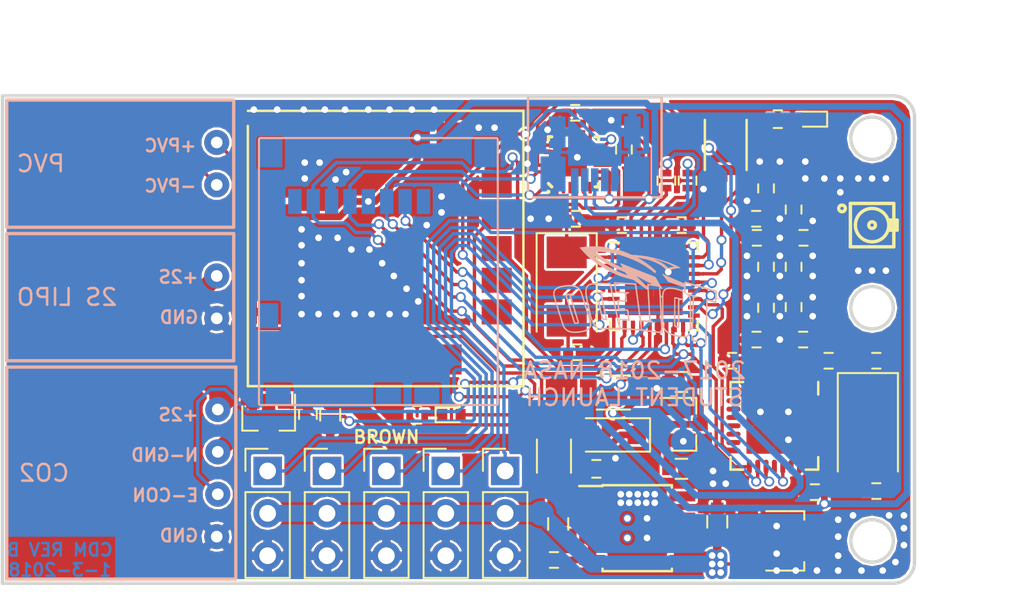
<source format=kicad_pcb>
(kicad_pcb (version 4) (host pcbnew 4.0.5+dfsg1-4)
  (layers (0 F.Cu signal) (31 B.Cu signal) (34 B.Paste user) (35 F.Paste user) (36 B.SilkS user) (37 F.SilkS user) (38 B.Mask user) (39 F.Mask user) (44 Edge.Cuts user))
  (net 0 "")
  (net 1 GND)
  (net 2 "Net-(C7-Pad2)")
  (net 3 MOSI)
  (net 4 MISO)
  (net 5 "Net-(U1-Pad5)")
  (net 6 "Net-(U1-Pad8)")
  (net 7 "Net-(U1-Pad10)")
  (net 8 "Net-(U1-Pad11)")
  (net 9 "Net-(U1-Pad12)")
  (net 10 "Net-(U1-Pad20)")
  (net 11 "Net-(U1-Pad21)")
  (net 12 "Net-(AE1-Pad1)")
  (net 13 "Net-(C2-Pad1)")
  (net 14 ANTP)
  (net 15 "Net-(C9-Pad2)")
  (net 16 ANTN)
  (net 17 +3V3)
  (net 18 +8V)
  (net 19 "Net-(D2-Pad2)")
  (net 20 "Net-(D3-Pad2)")
  (net 21 "Net-(D3-Pad1)")
  (net 22 "Net-(D4-Pad2)")
  (net 23 +5V)
  (net 24 +6V)
  (net 25 "Net-(J1-Pad1)")
  (net 26 CS_SD)
  (net 27 SCK)
  (net 28 "Net-(J1-Pad8)")
  (net 29 "Net-(J1-PadDL)")
  (net 30 "Net-(J1-PadDS)")
  (net 31 PWM_S1)
  (net 32 PWM_S2)
  (net 33 PWM_S3)
  (net 34 PWM_S4)
  (net 35 PWM_S5)
  (net 36 "Net-(P7-Pad2)")
  (net 37 E-CONTACT)
  (net 38 "Net-(P9-Pad2)")
  (net 39 E_MATCH)
  (net 40 "Net-(R3-Pad1)")
  (net 41 "Net-(R4-Pad1)")
  (net 42 "Net-(R5-Pad2)")
  (net 43 "Net-(SW1-Pad1)")
  (net 44 RX_AVR)
  (net 45 TX_AVR)
  (net 46 "Net-(U1-Pad13)")
  (net 47 CS_AX5043)
  (net 48 INT_AX5043)
  (net 49 INT_MPU9250)
  (net 50 CS_MPU9250)
  (net 51 "Net-(U6-Pad7)")
  (net 52 "Net-(U6-Pad19)")
  (net 53 "Net-(C1-Pad1)")
  (net 54 "Net-(C5-Pad1)")
  (net 55 "Net-(C6-Pad2)")
  (net 56 "Net-(C11-Pad2)")
  (net 57 "Net-(C12-Pad2)")
  (net 58 "Net-(C18-Pad1)")
  (net 59 "Net-(C19-Pad1)")
  (net 60 "Net-(C20-Pad2)")
  (net 61 "Net-(C23-Pad2)")
  (net 62 "Net-(P4-Pad2)")
  (net 63 "Net-(P9-Pad3)")
  (net 64 "Net-(P9-Pad4)")
  (net 65 "Net-(U3-Pad3)")
  (net 66 "Net-(U3-Pad8)")
  (net 67 "Net-(U3-Pad7)")
  (net 68 "Net-(U3-Pad9)")
  (net 69 "Net-(U3-Pad12)")
  (net 70 "Net-(U3-Pad19)")
  (net 71 "Net-(U3-Pad18)")
  (net 72 "Net-(U5-Pad5)")
  (net 73 "Net-(U5-Pad26)")
  (net 74 "Net-(U6-Pad11)")
  (net 75 "Net-(U6-Pad21)")
  (net 76 SERVO_EN)
  (net 77 "Net-(R6-Pad1)")
  (net 78 "Net-(R7-Pad2)")
  (net 79 8V_FUSE)
  (net 80 "Net-(U3-Pad10)")
  (net 81 "Net-(U3-Pad11)")
  (module "MOD:GND VIA" (layer F.Cu) (at 104.267 105.791 90)
    (fp_text reference "" (at 0 0 90) (layer F.SilkS))
    (fp_text value "" (at 0 0 90) (layer F.SilkS))
    (pad 1 thru_hole circle (at 0 1.27 90) (size 0.6 0.6) (drill 0.4) (layers *.Cu) (net 1 GND))
  )
  (module "MOD:GND VIA" (layer F.Cu) (at 103.505 105.791 90)
    (fp_text reference "" (at 0 0 90) (layer F.SilkS))
    (fp_text value "" (at 0 0 90) (layer F.SilkS))
    (pad 1 thru_hole circle (at 0 1.27 90) (size 0.6 0.6) (drill 0.4) (layers *.Cu) (net 1 GND))
  )
  (module "MOD:GND VIA" (layer F.Cu) (at 103.505 105.029 90)
    (fp_text reference "" (at 0 0 90) (layer F.SilkS))
    (fp_text value "" (at 0 0 90) (layer F.SilkS))
    (pad 1 thru_hole circle (at 0 1.27 90) (size 0.6 0.6) (drill 0.4) (layers *.Cu) (net 1 GND))
  )
  (module "MOD:GND VIA" (layer F.Cu) (at 107.315 108.331 90)
    (fp_text reference "" (at 0 0 90) (layer F.SilkS))
    (fp_text value "" (at 0 0 90) (layer F.SilkS))
    (pad 1 thru_hole circle (at 0 1.27 90) (size 0.6 0.6) (drill 0.4) (layers *.Cu) (net 1 GND))
  )
  (module "MOD:GND VIA" (layer F.Cu) (at 107.315 109.982 90)
    (fp_text reference "" (at 0 0 90) (layer F.SilkS))
    (fp_text value "" (at 0 0 90) (layer F.SilkS))
    (pad 1 thru_hole circle (at 0 1.27 90) (size 0.6 0.6) (drill 0.4) (layers *.Cu) (net 1 GND))
  )
  (module "MOD:GND VIA" (layer F.Cu) (at 111.887 107.696 90)
    (fp_text reference "" (at 0 0 90) (layer F.SilkS))
    (fp_text value "" (at 0 0 90) (layer F.SilkS))
    (pad 1 thru_hole circle (at 0 1.27 90) (size 0.6 0.6) (drill 0.4) (layers *.Cu) (net 1 GND))
  )
  (module "MOD:GND VIA" (layer F.Cu) (at 110.998 107.95 90)
    (fp_text reference "" (at 0 0 90) (layer F.SilkS))
    (fp_text value "" (at 0 0 90) (layer F.SilkS))
    (pad 1 thru_hole circle (at 0 1.27 90) (size 0.6 0.6) (drill 0.4) (layers *.Cu) (net 1 GND))
  )
  (module "MOD:GND VIA" (layer F.Cu) (at 110.998 108.966 90)
    (fp_text reference "" (at 0 0 90) (layer F.SilkS))
    (fp_text value "" (at 0 0 90) (layer F.SilkS))
    (pad 1 thru_hole circle (at 0 1.27 90) (size 0.6 0.6) (drill 0.4) (layers *.Cu) (net 1 GND))
  )
  (module "MOD:GND VIA" (layer F.Cu) (at 110.998 110.109 90)
    (fp_text reference "" (at 0 0 90) (layer F.SilkS))
    (fp_text value "" (at 0 0 90) (layer F.SilkS))
    (pad 1 thru_hole circle (at 0 1.27 90) (size 0.6 0.6) (drill 0.4) (layers *.Cu) (net 1 GND))
  )
  (module "MOD:GND VIA" (layer F.Cu) (at 114.046 107.696 90)
    (fp_text reference "" (at 0 0 90) (layer F.SilkS))
    (fp_text value "" (at 0 0 90) (layer F.SilkS))
    (pad 1 thru_hole circle (at 0 1.27 90) (size 0.6 0.6) (drill 0.4) (layers *.Cu) (net 1 GND))
  )
  (module "MOD:GND VIA" (layer F.Cu) (at 114.935 107.696 90)
    (fp_text reference "" (at 0 0 90) (layer F.SilkS))
    (fp_text value "" (at 0 0 90) (layer F.SilkS))
    (pad 1 thru_hole circle (at 0 1.27 90) (size 0.6 0.6) (drill 0.4) (layers *.Cu) (net 1 GND))
  )
  (module "MOD:GND VIA" (layer F.Cu) (at 114.935 108.458 90)
    (fp_text reference "" (at 0 0 90) (layer F.SilkS))
    (fp_text value "" (at 0 0 90) (layer F.SilkS))
    (pad 1 thru_hole circle (at 0 1.27 90) (size 0.6 0.6) (drill 0.4) (layers *.Cu) (net 1 GND))
  )
  (module "MOD:GND VIA" (layer F.Cu) (at 114.935 109.474 90)
    (fp_text reference "" (at 0 0 90) (layer F.SilkS))
    (fp_text value "" (at 0 0 90) (layer F.SilkS))
    (pad 1 thru_hole circle (at 0 1.27 90) (size 0.6 0.6) (drill 0.4) (layers *.Cu) (net 1 GND))
  )
  (module "MOD:GND VIA" (layer F.Cu) (at 114.427 110.49 90)
    (fp_text reference "" (at 0 0 90) (layer F.SilkS))
    (fp_text value "" (at 0 0 90) (layer F.SilkS))
    (pad 1 thru_hole circle (at 0 1.27 90) (size 0.6 0.6) (drill 0.4) (layers *.Cu) (net 1 GND))
  )
  (module "MOD:GND VIA" (layer F.Cu) (at 113.665 110.998 90)
    (fp_text reference "" (at 0 0 90) (layer F.SilkS))
    (fp_text value "" (at 0 0 90) (layer F.SilkS))
    (pad 1 thru_hole circle (at 0 1.27 90) (size 0.6 0.6) (drill 0.4) (layers *.Cu) (net 1 GND))
  )
  (module "MOD:GND VIA" (layer F.Cu) (at 112.395 110.998 90)
    (fp_text reference "" (at 0 0 90) (layer F.SilkS))
    (fp_text value "" (at 0 0 90) (layer F.SilkS))
    (pad 1 thru_hole circle (at 0 1.27 90) (size 0.6 0.6) (drill 0.4) (layers *.Cu) (net 1 GND))
  )
  (module "MOD:GND VIA" (layer F.Cu) (at 110.998 110.998 90)
    (fp_text reference "" (at 0 0 90) (layer F.SilkS))
    (fp_text value "" (at 0 0 90) (layer F.SilkS))
    (pad 1 thru_hole circle (at 0 1.27 90) (size 0.6 0.6) (drill 0.4) (layers *.Cu) (net 1 GND))
  )
  (module "MOD:GND VIA" (layer F.Cu) (at 109.728 110.998 90)
    (fp_text reference "" (at 0 0 90) (layer F.SilkS))
    (fp_text value "" (at 0 0 90) (layer F.SilkS))
    (pad 1 thru_hole circle (at 0 1.27 90) (size 0.6 0.6) (drill 0.4) (layers *.Cu) (net 1 GND))
  )
  (module "MOD:GND VIA" (layer F.Cu) (at 108.458 110.998 90)
    (fp_text reference "" (at 0 0 90) (layer F.SilkS))
    (fp_text value "" (at 0 0 90) (layer F.SilkS))
    (pad 1 thru_hole circle (at 0 1.27 90) (size 0.6 0.6) (drill 0.4) (layers *.Cu) (net 1 GND))
  )
  (module "MOD:GND VIA" (layer F.Cu) (at 107.315 110.998 90)
    (fp_text reference "" (at 0 0 90) (layer F.SilkS))
    (fp_text value "" (at 0 0 90) (layer F.SilkS))
    (pad 1 thru_hole circle (at 0 1.27 90) (size 0.6 0.6) (drill 0.4) (layers *.Cu) (net 1 GND))
  )
  (module "MOD:GND VIA" (layer F.Cu) (at 93.599 84.582 90)
    (fp_text reference "" (at 0 0 90) (layer F.SilkS))
    (fp_text value "" (at 0 0 90) (layer F.SilkS))
    (pad 1 thru_hole circle (at 0 1.27 90) (size 0.6 0.6) (drill 0.4) (layers *.Cu) (net 1 GND))
  )
  (module "MOD:GND VIA" (layer F.Cu) (at 95.377 86.233 90)
    (fp_text reference "" (at 0 0 90) (layer F.SilkS))
    (fp_text value "" (at 0 0 90) (layer F.SilkS))
    (pad 1 thru_hole circle (at 0 1.27 90) (size 0.6 0.6) (drill 0.4) (layers *.Cu) (net 1 GND))
  )
  (module "MOD:GND VIA" (layer F.Cu) (at 100.1395 100.076 90)
    (fp_text reference "" (at 0 0 90) (layer F.SilkS))
    (fp_text value "" (at 0 0 90) (layer F.SilkS))
    (pad 1 thru_hole circle (at 0 1.27 90) (size 0.6 0.6) (drill 0.4) (layers *.Cu) (net 1 GND))
  )
  (module "MOD:GND VIA" (layer F.Cu) (at 97.663 104.267 90)
    (fp_text reference "" (at 0 0 90) (layer F.SilkS))
    (fp_text value "" (at 0 0 90) (layer F.SilkS))
    (pad 1 thru_hole circle (at 0 1.27 90) (size 0.6 0.6) (drill 0.4) (layers *.Cu) (net 1 GND))
  )
  (module "MOD:GND VIA" (layer F.Cu) (at 92.583 89.916 90)
    (fp_text reference "" (at 0 0 90) (layer F.SilkS))
    (fp_text value "" (at 0 0 90) (layer F.SilkS))
    (pad 1 thru_hole circle (at 0 1.27 90) (size 0.6 0.6) (drill 0.4) (layers *.Cu) (net 1 GND))
  )
  (module "MOD:GND VIA" (layer F.Cu) (at 93.6625 89.916 90)
    (fp_text reference "" (at 0 0 90) (layer F.SilkS))
    (fp_text value "" (at 0 0 90) (layer F.SilkS))
    (pad 1 thru_hole circle (at 0 1.27 90) (size 0.6 0.6) (drill 0.4) (layers *.Cu) (net 1 GND))
  )
  (module "MOD:GND VIA" (layer F.Cu) (at 76.0095 83.3755 90)
    (fp_text reference "" (at 0 0 90) (layer F.SilkS))
    (fp_text value "" (at 0 0 90) (layer F.SilkS))
    (pad 1 thru_hole circle (at 0 1.27 90) (size 0.6 0.6) (drill 0.4) (layers *.Cu) (net 1 GND))
  )
  (module "MOD:GND VIA" (layer F.Cu) (at 77.4065 83.3755 90)
    (fp_text reference "" (at 0 0 90) (layer F.SilkS))
    (fp_text value "" (at 0 0 90) (layer F.SilkS))
    (pad 1 thru_hole circle (at 0 1.27 90) (size 0.6 0.6) (drill 0.4) (layers *.Cu) (net 1 GND))
  )
  (module "MOD:GND VIA" (layer F.Cu) (at 78.994 83.3755 90)
    (fp_text reference "" (at 0 0 90) (layer F.SilkS))
    (fp_text value "" (at 0 0 90) (layer F.SilkS))
    (pad 1 thru_hole circle (at 0 1.27 90) (size 0.6 0.6) (drill 0.4) (layers *.Cu) (net 1 GND))
  )
  (module "MOD:GND VIA" (layer F.Cu) (at 80.264 83.3755 90)
    (fp_text reference "" (at 0 0 90) (layer F.SilkS))
    (fp_text value "" (at 0 0 90) (layer F.SilkS))
    (pad 1 thru_hole circle (at 0 1.27 90) (size 0.6 0.6) (drill 0.4) (layers *.Cu) (net 1 GND))
  )
  (module "MOD:GND VIA" (layer F.Cu) (at 81.4705 83.3755 90)
    (fp_text reference "" (at 0 0 90) (layer F.SilkS))
    (fp_text value "" (at 0 0 90) (layer F.SilkS))
    (pad 1 thru_hole circle (at 0 1.27 90) (size 0.6 0.6) (drill 0.4) (layers *.Cu) (net 1 GND))
  )
  (module "MOD:GND VIA" (layer F.Cu) (at 82.8675 83.3755 90)
    (fp_text reference "" (at 0 0 90) (layer F.SilkS))
    (fp_text value "" (at 0 0 90) (layer F.SilkS))
    (pad 1 thru_hole circle (at 0 1.27 90) (size 0.6 0.6) (drill 0.4) (layers *.Cu) (net 1 GND))
  )
  (module "MOD:GND VIA" (layer F.Cu) (at 84.1375 83.3755 90)
    (fp_text reference "" (at 0 0 90) (layer F.SilkS))
    (fp_text value "" (at 0 0 90) (layer F.SilkS))
    (pad 1 thru_hole circle (at 0 1.27 90) (size 0.6 0.6) (drill 0.4) (layers *.Cu) (net 1 GND))
  )
  (module "MOD:GND VIA" (layer F.Cu) (at 85.471 83.3755 90)
    (fp_text reference "" (at 0 0 90) (layer F.SilkS))
    (fp_text value "" (at 0 0 90) (layer F.SilkS))
    (pad 1 thru_hole circle (at 0 1.27 90) (size 0.6 0.6) (drill 0.4) (layers *.Cu) (net 1 GND))
  )
  (module "MOD:GND VIA" (layer F.Cu) (at 86.8045 83.3755 90)
    (fp_text reference "" (at 0 0 90) (layer F.SilkS))
    (fp_text value "" (at 0 0 90) (layer F.SilkS))
    (pad 1 thru_hole circle (at 0 1.27 90) (size 0.6 0.6) (drill 0.4) (layers *.Cu) (net 1 GND))
  )
  (module "MOD:GND VIA" (layer F.Cu) (at 90.424 84.455 90)
    (fp_text reference "" (at 0 0 90) (layer F.SilkS))
    (fp_text value "" (at 0 0 90) (layer F.SilkS))
    (pad 1 thru_hole circle (at 0 1.27 90) (size 0.6 0.6) (drill 0.4) (layers *.Cu) (net 1 GND))
  )
  (module "MOD:GND VIA" (layer F.Cu) (at 89.4715 84.455 90)
    (fp_text reference "" (at 0 0 90) (layer F.SilkS))
    (fp_text value "" (at 0 0 90) (layer F.SilkS))
    (pad 1 thru_hole circle (at 0 1.27 90) (size 0.6 0.6) (drill 0.4) (layers *.Cu) (net 1 GND))
  )
  (module "MOD:GND VIA" (layer F.Cu) (at 87.249 88.5825 90)
    (fp_text reference "" (at 0 0 90) (layer F.SilkS))
    (fp_text value "" (at 0 0 90) (layer F.SilkS))
    (pad 1 thru_hole circle (at 0 1.27 90) (size 0.6 0.6) (drill 0.4) (layers *.Cu) (net 1 GND))
  )
  (module "MOD:GND VIA" (layer F.Cu) (at 87.249 89.535 90)
    (fp_text reference "" (at 0 0 90) (layer F.SilkS))
    (fp_text value "" (at 0 0 90) (layer F.SilkS))
    (pad 1 thru_hole circle (at 0 1.27 90) (size 0.6 0.6) (drill 0.4) (layers *.Cu) (net 1 GND))
  )
  (module "MOD:GND VIA" (layer F.Cu) (at 86.36 90.297 90)
    (fp_text reference "" (at 0 0 90) (layer F.SilkS))
    (fp_text value "" (at 0 0 90) (layer F.SilkS))
    (pad 1 thru_hole circle (at 0 1.27 90) (size 0.6 0.6) (drill 0.4) (layers *.Cu) (net 1 GND))
  )
  (module "MOD:GND VIA" (layer F.Cu) (at 79.883 91.059 90)
    (fp_text reference "" (at 0 0 90) (layer F.SilkS))
    (fp_text value "" (at 0 0 90) (layer F.SilkS))
    (pad 1 thru_hole circle (at 0 1.27 90) (size 0.6 0.6) (drill 0.4) (layers *.Cu) (net 1 GND))
  )
  (module "MOD:GND VIA" (layer F.Cu) (at 81.026 91.059 90)
    (fp_text reference "" (at 0 0 90) (layer F.SilkS))
    (fp_text value "" (at 0 0 90) (layer F.SilkS))
    (pad 1 thru_hole circle (at 0 1.27 90) (size 0.6 0.6) (drill 0.4) (layers *.Cu) (net 1 GND))
  )
  (module "MOD:GND VIA" (layer F.Cu) (at 81.8515 91.7575 90)
    (fp_text reference "" (at 0 0 90) (layer F.SilkS))
    (fp_text value "" (at 0 0 90) (layer F.SilkS))
    (pad 1 thru_hole circle (at 0 1.27 90) (size 0.6 0.6) (drill 0.4) (layers *.Cu) (net 1 GND))
  )
  (module "MOD:GND VIA" (layer F.Cu) (at 82.931 91.7575 90)
    (fp_text reference "" (at 0 0 90) (layer F.SilkS))
    (fp_text value "" (at 0 0 90) (layer F.SilkS))
    (pad 1 thru_hole circle (at 0 1.27 90) (size 0.6 0.6) (drill 0.4) (layers *.Cu) (net 1 GND))
  )
  (module "MOD:GND VIA" (layer F.Cu) (at 83.693 92.583 90)
    (fp_text reference "" (at 0 0 90) (layer F.SilkS))
    (fp_text value "" (at 0 0 90) (layer F.SilkS))
    (pad 1 thru_hole circle (at 0 1.27 90) (size 0.6 0.6) (drill 0.4) (layers *.Cu) (net 1 GND))
  )
  (module "MOD:GND VIA" (layer F.Cu) (at 84.3915 93.345 90)
    (fp_text reference "" (at 0 0 90) (layer F.SilkS))
    (fp_text value "" (at 0 0 90) (layer F.SilkS))
    (pad 1 thru_hole circle (at 0 1.27 90) (size 0.6 0.6) (drill 0.4) (layers *.Cu) (net 1 GND))
  )
  (module "MOD:GND VIA" (layer F.Cu) (at 85.1535 94.107 90)
    (fp_text reference "" (at 0 0 90) (layer F.SilkS))
    (fp_text value "" (at 0 0 90) (layer F.SilkS))
    (pad 1 thru_hole circle (at 0 1.27 90) (size 0.6 0.6) (drill 0.4) (layers *.Cu) (net 1 GND))
  )
  (module "MOD:GND VIA" (layer F.Cu) (at 85.852 94.869 90)
    (fp_text reference "" (at 0 0 90) (layer F.SilkS))
    (fp_text value "" (at 0 0 90) (layer F.SilkS))
    (pad 1 thru_hole circle (at 0 1.27 90) (size 0.6 0.6) (drill 0.4) (layers *.Cu) (net 1 GND))
  )
  (module "MOD:GND VIA" (layer F.Cu) (at 85.09 95.631 90)
    (fp_text reference "" (at 0 0 90) (layer F.SilkS))
    (fp_text value "" (at 0 0 90) (layer F.SilkS))
    (pad 1 thru_hole circle (at 0 1.27 90) (size 0.6 0.6) (drill 0.4) (layers *.Cu) (net 1 GND))
  )
  (module "MOD:GND VIA" (layer F.Cu) (at 84.1375 95.631 90)
    (fp_text reference "" (at 0 0 90) (layer F.SilkS))
    (fp_text value "" (at 0 0 90) (layer F.SilkS))
    (pad 1 thru_hole circle (at 0 1.27 90) (size 0.6 0.6) (drill 0.4) (layers *.Cu) (net 1 GND))
  )
  (module "MOD:GND VIA" (layer F.Cu) (at 83.058 95.631 90)
    (fp_text reference "" (at 0 0 90) (layer F.SilkS))
    (fp_text value "" (at 0 0 90) (layer F.SilkS))
    (pad 1 thru_hole circle (at 0 1.27 90) (size 0.6 0.6) (drill 0.4) (layers *.Cu) (net 1 GND))
  )
  (module "MOD:GND VIA" (layer F.Cu) (at 82.042 95.631 90)
    (fp_text reference "" (at 0 0 90) (layer F.SilkS))
    (fp_text value "" (at 0 0 90) (layer F.SilkS))
    (pad 1 thru_hole circle (at 0 1.27 90) (size 0.6 0.6) (drill 0.4) (layers *.Cu) (net 1 GND))
  )
  (module "MOD:GND VIA" (layer F.Cu) (at 80.9625 95.631 90)
    (fp_text reference "" (at 0 0 90) (layer F.SilkS))
    (fp_text value "" (at 0 0 90) (layer F.SilkS))
    (pad 1 thru_hole circle (at 0 1.27 90) (size 0.6 0.6) (drill 0.4) (layers *.Cu) (net 1 GND))
  )
  (module "MOD:GND VIA" (layer F.Cu) (at 79.883 95.631 90)
    (fp_text reference "" (at 0 0 90) (layer F.SilkS))
    (fp_text value "" (at 0 0 90) (layer F.SilkS))
    (pad 1 thru_hole circle (at 0 1.27 90) (size 0.6 0.6) (drill 0.4) (layers *.Cu) (net 1 GND))
  )
  (module "MOD:GND VIA" (layer F.Cu) (at 78.867 95.631 90)
    (fp_text reference "" (at 0 0 90) (layer F.SilkS))
    (fp_text value "" (at 0 0 90) (layer F.SilkS))
    (pad 1 thru_hole circle (at 0 1.27 90) (size 0.6 0.6) (drill 0.4) (layers *.Cu) (net 1 GND))
  )
  (module "MOD:GND VIA" (layer F.Cu) (at 78.867 94.5515 90)
    (fp_text reference "" (at 0 0 90) (layer F.SilkS))
    (fp_text value "" (at 0 0 90) (layer F.SilkS))
    (pad 1 thru_hole circle (at 0 1.27 90) (size 0.6 0.6) (drill 0.4) (layers *.Cu) (net 1 GND))
  )
  (module "MOD:GND VIA" (layer F.Cu) (at 78.867 90.551 90)
    (fp_text reference "" (at 0 0 90) (layer F.SilkS))
    (fp_text value "" (at 0 0 90) (layer F.SilkS))
    (pad 1 thru_hole circle (at 0 1.27 90) (size 0.6 0.6) (drill 0.4) (layers *.Cu) (net 1 GND))
  )
  (module "MOD:GND VIA" (layer F.Cu) (at 78.867 91.5035 90)
    (fp_text reference "" (at 0 0 90) (layer F.SilkS))
    (fp_text value "" (at 0 0 90) (layer F.SilkS))
    (pad 1 thru_hole circle (at 0 1.27 90) (size 0.6 0.6) (drill 0.4) (layers *.Cu) (net 1 GND))
  )
  (module "MOD:GND VIA" (layer F.Cu) (at 78.867 92.583 90)
    (fp_text reference "" (at 0 0 90) (layer F.SilkS))
    (fp_text value "" (at 0 0 90) (layer F.SilkS))
    (pad 1 thru_hole circle (at 0 1.27 90) (size 0.6 0.6) (drill 0.4) (layers *.Cu) (net 1 GND))
  )
  (module "MOD:GND VIA" (layer F.Cu) (at 78.867 93.599 90)
    (fp_text reference "" (at 0 0 90) (layer F.SilkS))
    (fp_text value "" (at 0 0 90) (layer F.SilkS))
    (pad 1 thru_hole circle (at 0 1.27 90) (size 0.6 0.6) (drill 0.4) (layers *.Cu) (net 1 GND))
  )
  (module "MOD:GND VIA" (layer F.Cu) (at 81.534 87.122 90)
    (fp_text reference "" (at 0 0 90) (layer F.SilkS))
    (fp_text value "" (at 0 0 90) (layer F.SilkS))
    (pad 1 thru_hole circle (at 0 1.27 90) (size 0.6 0.6) (drill 0.4) (layers *.Cu) (net 1 GND))
  )
  (module "MOD:GND VIA" (layer F.Cu) (at 80.899 87.5665 90)
    (fp_text reference "" (at 0 0 90) (layer F.SilkS))
    (fp_text value "" (at 0 0 90) (layer F.SilkS))
    (pad 1 thru_hole circle (at 0 1.27 90) (size 0.6 0.6) (drill 0.4) (layers *.Cu) (net 1 GND))
  )
  (module "MOD:GND VIA" (layer F.Cu) (at 79.0575 87.503 90)
    (fp_text reference "" (at 0 0 90) (layer F.SilkS))
    (fp_text value "" (at 0 0 90) (layer F.SilkS))
    (pad 1 thru_hole circle (at 0 1.27 90) (size 0.6 0.6) (drill 0.4) (layers *.Cu) (net 1 GND))
  )
  (module "MOD:GND VIA" (layer F.Cu) (at 79.0575 86.5505 90)
    (fp_text reference "" (at 0 0 90) (layer F.SilkS))
    (fp_text value "" (at 0 0 90) (layer F.SilkS))
    (pad 1 thru_hole circle (at 0 1.27 90) (size 0.6 0.6) (drill 0.4) (layers *.Cu) (net 1 GND))
  )
  (module "MOD:GND VIA" (layer F.Cu) (at 79.9465 86.5505 90)
    (fp_text reference "" (at 0 0 90) (layer F.SilkS))
    (fp_text value "" (at 0 0 90) (layer F.SilkS))
    (pad 1 thru_hole circle (at 0 1.27 90) (size 0.6 0.6) (drill 0.4) (layers *.Cu) (net 1 GND))
  )
  (module "MOD:GND VIA" (layer F.Cu) (at 92.3925 86.614 90)
    (fp_text reference "" (at 0 0 90) (layer F.SilkS))
    (fp_text value "" (at 0 0 90) (layer F.SilkS))
    (pad 1 thru_hole circle (at 0 1.27 90) (size 0.6 0.6) (drill 0.4) (layers *.Cu) (net 1 GND))
  )
  (module "MOD:GND VIA" (layer F.Cu) (at 92.3925 85.725 90)
    (fp_text reference "" (at 0 0 90) (layer F.SilkS))
    (fp_text value "" (at 0 0 90) (layer F.SilkS))
    (pad 1 thru_hole circle (at 0 1.27 90) (size 0.6 0.6) (drill 0.4) (layers *.Cu) (net 1 GND))
  )
  (module "MOD:GND VIA" (layer F.Cu) (at 97.409 84.0105 90)
    (fp_text reference "" (at 0 0 90) (layer F.SilkS))
    (fp_text value "" (at 0 0 90) (layer F.SilkS))
    (pad 1 thru_hole circle (at 0 1.27 90) (size 0.6 0.6) (drill 0.4) (layers *.Cu) (net 1 GND))
  )
  (module "MOD:GND VIA" (layer F.Cu) (at 103.456133 111.115633 90)
    (fp_text reference "" (at 0 0 90) (layer F.SilkS))
    (fp_text value "" (at 0 0 90) (layer F.SilkS))
    (pad 1 thru_hole circle (at 0 1.27 90) (size 0.6 0.6) (drill 0.4) (layers *.Cu) (net 24 +6V))
  )
  (module "MOD:GND VIA" (layer F.Cu) (at 100.7745 108.204 180)
    (fp_text reference "" (at 0 0 180) (layer F.SilkS))
    (fp_text value "" (at 0 0 180) (layer F.SilkS))
    (pad 1 thru_hole circle (at 0 1.27 180) (size 0.6 0.6) (drill 0.4) (layers *.Cu) (net 1 GND))
  )
  (module "MOD:GND VIA" (layer F.Cu) (at 100.7745 107.696 180)
    (fp_text reference "" (at 0 0 180) (layer F.SilkS))
    (fp_text value "" (at 0 0 180) (layer F.SilkS))
    (pad 1 thru_hole circle (at 0 1.27 180) (size 0.6 0.6) (drill 0.4) (layers *.Cu) (net 1 GND))
  )
  (module "MOD:GND VIA" (layer F.Cu) (at 101.2825 108.204 180)
    (fp_text reference "" (at 0 0 180) (layer F.SilkS))
    (fp_text value "" (at 0 0 180) (layer F.SilkS))
    (pad 1 thru_hole circle (at 0 1.27 180) (size 0.6 0.6) (drill 0.4) (layers *.Cu) (net 1 GND))
  )
  (module "MOD:GND VIA" (layer F.Cu) (at 101.2825 107.696001 180)
    (fp_text reference "" (at 0 0 180) (layer F.SilkS))
    (fp_text value "" (at 0 0 180) (layer F.SilkS))
    (pad 1 thru_hole circle (at 0 1.27 180) (size 0.6 0.6) (drill 0.4) (layers *.Cu) (net 1 GND))
  )
  (module "MOD:GND VIA" (layer F.Cu) (at 100.2665 107.696 180)
    (fp_text reference "" (at 0 0 180) (layer F.SilkS))
    (fp_text value "" (at 0 0 180) (layer F.SilkS))
    (pad 1 thru_hole circle (at 0 1.27 180) (size 0.6 0.6) (drill 0.4) (layers *.Cu) (net 1 GND))
  )
  (module "MOD:GND VIA" (layer F.Cu) (at 100.2665 108.204 180)
    (fp_text reference "" (at 0 0 180) (layer F.SilkS))
    (fp_text value "" (at 0 0 180) (layer F.SilkS))
    (pad 1 thru_hole circle (at 0 1.27 180) (size 0.6 0.6) (drill 0.4) (layers *.Cu) (net 1 GND))
  )
  (module "MOD:GND VIA" (layer F.Cu) (at 99.7585 108.204 180)
    (fp_text reference "" (at 0 0 180) (layer F.SilkS))
    (fp_text value "" (at 0 0 180) (layer F.SilkS))
    (pad 1 thru_hole circle (at 0 1.27 180) (size 0.6 0.6) (drill 0.4) (layers *.Cu) (net 1 GND))
  )
  (module "MOD:GND VIA" (layer F.Cu) (at 99.7585 107.696001 180)
    (fp_text reference "" (at 0 0 180) (layer F.SilkS))
    (fp_text value "" (at 0 0 180) (layer F.SilkS))
    (pad 1 thru_hole circle (at 0 1.27 180) (size 0.6 0.6) (drill 0.4) (layers *.Cu) (net 1 GND))
  )
  (module "MOD:GND VIA" (layer F.Cu) (at 99.2505 107.696 180)
    (fp_text reference "" (at 0 0 180) (layer F.SilkS))
    (fp_text value "" (at 0 0 180) (layer F.SilkS))
    (pad 1 thru_hole circle (at 0 1.27 180) (size 0.6 0.6) (drill 0.4) (layers *.Cu) (net 1 GND))
  )
  (module "MOD:GND VIA" (layer F.Cu) (at 99.2505 108.204 180)
    (fp_text reference "" (at 0 0 180) (layer F.SilkS))
    (fp_text value "" (at 0 0 180) (layer F.SilkS))
    (pad 1 thru_hole circle (at 0 1.27 180) (size 0.6 0.6) (drill 0.4) (layers *.Cu) (net 1 GND))
  )
  (module "MOD:GND VIA" (layer F.Cu) (at 106.299 86.487 90)
    (fp_text reference "" (at 0 0 90) (layer F.SilkS))
    (fp_text value "" (at 0 0 90) (layer F.SilkS))
    (pad 1 thru_hole circle (at 0 1.27 90) (size 0.6 0.6) (drill 0.4) (layers *.Cu) (net 1 GND))
  )
  (module "MOD:GND VIA" (layer F.Cu) (at 105.537 88.8365 90)
    (fp_text reference "" (at 0 0 90) (layer F.SilkS))
    (fp_text value "" (at 0 0 90) (layer F.SilkS))
    (pad 1 thru_hole circle (at 0 1.27 90) (size 0.6 0.6) (drill 0.4) (layers *.Cu) (net 1 GND))
  )
  (module "MOD:GND VIA" (layer F.Cu) (at 105.537 92.1385 90)
    (fp_text reference "" (at 0 0 90) (layer F.SilkS))
    (fp_text value "" (at 0 0 90) (layer F.SilkS))
    (pad 1 thru_hole circle (at 0 1.27 90) (size 0.6 0.6) (drill 0.4) (layers *.Cu) (net 1 GND))
  )
  (module "MOD:GND VIA" (layer F.Cu) (at 105.537 93.345 90)
    (fp_text reference "" (at 0 0 90) (layer F.SilkS))
    (fp_text value "" (at 0 0 90) (layer F.SilkS))
    (pad 1 thru_hole circle (at 0 1.27 90) (size 0.6 0.6) (drill 0.4) (layers *.Cu) (net 1 GND))
  )
  (module "MOD:GND VIA" (layer F.Cu) (at 105.537 94.615 90)
    (fp_text reference "" (at 0 0 90) (layer F.SilkS))
    (fp_text value "" (at 0 0 90) (layer F.SilkS))
    (pad 1 thru_hole circle (at 0 1.27 90) (size 0.6 0.6) (drill 0.4) (layers *.Cu) (net 1 GND))
  )
  (module "MOD:GND VIA" (layer F.Cu) (at 105.537 95.758 90)
    (fp_text reference "" (at 0 0 90) (layer F.SilkS))
    (fp_text value "" (at 0 0 90) (layer F.SilkS))
    (pad 1 thru_hole circle (at 0 1.27 90) (size 0.6 0.6) (drill 0.4) (layers *.Cu) (net 1 GND))
  )
  (module "MOD:GND VIA" (layer F.Cu) (at 109.474 95.758 90)
    (fp_text reference "" (at 0 0 90) (layer F.SilkS))
    (fp_text value "" (at 0 0 90) (layer F.SilkS))
    (pad 1 thru_hole circle (at 0 1.27 90) (size 0.6 0.6) (drill 0.4) (layers *.Cu) (net 1 GND))
  )
  (module "MOD:GND VIA" (layer F.Cu) (at 109.474 94.615 90)
    (fp_text reference "" (at 0 0 90) (layer F.SilkS))
    (fp_text value "" (at 0 0 90) (layer F.SilkS))
    (pad 1 thru_hole circle (at 0 1.27 90) (size 0.6 0.6) (drill 0.4) (layers *.Cu) (net 1 GND))
  )
  (module "MOD:GND VIA" (layer F.Cu) (at 109.474 93.345 90)
    (fp_text reference "" (at 0 0 90) (layer F.SilkS))
    (fp_text value "" (at 0 0 90) (layer F.SilkS))
    (pad 1 thru_hole circle (at 0 1.27 90) (size 0.6 0.6) (drill 0.4) (layers *.Cu) (net 1 GND))
  )
  (module "MOD:GND VIA" (layer F.Cu) (at 109.474 92.1385 90)
    (fp_text reference "" (at 0 0 90) (layer F.SilkS))
    (fp_text value "" (at 0 0 90) (layer F.SilkS))
    (pad 1 thru_hole circle (at 0 1.27 90) (size 0.6 0.6) (drill 0.4) (layers *.Cu) (net 1 GND))
  )
  (module "MOD:GND VIA" (layer F.Cu) (at 109.474 90.043 90)
    (fp_text reference "" (at 0 0 90) (layer F.SilkS))
    (fp_text value "" (at 0 0 90) (layer F.SilkS))
    (pad 1 thru_hole circle (at 0 1.27 90) (size 0.6 0.6) (drill 0.4) (layers *.Cu) (net 1 GND))
  )
  (module "MOD:GND VIA" (layer F.Cu) (at 112.2045 93.0275 90)
    (fp_text reference "" (at 0 0 90) (layer F.SilkS))
    (fp_text value "" (at 0 0 90) (layer F.SilkS))
    (pad 1 thru_hole circle (at 0 1.27 90) (size 0.6 0.6) (drill 0.4) (layers *.Cu) (net 1 GND))
  )
  (module "MOD:GND VIA" (layer F.Cu) (at 113.8555 93.0275 90)
    (fp_text reference "" (at 0 0 90) (layer F.SilkS))
    (fp_text value "" (at 0 0 90) (layer F.SilkS))
    (pad 1 thru_hole circle (at 0 1.27 90) (size 0.6 0.6) (drill 0.4) (layers *.Cu) (net 1 GND))
  )
  (module "MOD:GND VIA" (layer F.Cu) (at 113.03 93.0275 90)
    (fp_text reference "" (at 0 0 90) (layer F.SilkS))
    (fp_text value "" (at 0 0 90) (layer F.SilkS))
    (pad 1 thru_hole circle (at 0 1.27 90) (size 0.6 0.6) (drill 0.4) (layers *.Cu) (net 1 GND))
  )
  (module "MOD:GND VIA" (layer F.Cu) (at 113.8555 87.503 90)
    (fp_text reference "" (at 0 0 90) (layer F.SilkS))
    (fp_text value "" (at 0 0 90) (layer F.SilkS))
    (pad 1 thru_hole circle (at 0 1.27 90) (size 0.6 0.6) (drill 0.4) (layers *.Cu) (net 1 GND))
  )
  (module "MOD:GND VIA" (layer F.Cu) (at 113.03 87.503 90)
    (fp_text reference "" (at 0 0 90) (layer F.SilkS))
    (fp_text value "" (at 0 0 90) (layer F.SilkS))
    (pad 1 thru_hole circle (at 0 1.27 90) (size 0.6 0.6) (drill 0.4) (layers *.Cu) (net 1 GND))
  )
  (module "MOD:GND VIA" (layer F.Cu) (at 112.2045 87.503 90)
    (fp_text reference "" (at 0 0 90) (layer F.SilkS))
    (fp_text value "" (at 0 0 90) (layer F.SilkS))
    (pad 1 thru_hole circle (at 0 1.27 90) (size 0.6 0.6) (drill 0.4) (layers *.Cu) (net 1 GND))
  )
  (module "MOD:GND VIA" (layer F.Cu) (at 111.125 87.503 90)
    (fp_text reference "" (at 0 0 90) (layer F.SilkS))
    (fp_text value "" (at 0 0 90) (layer F.SilkS))
    (pad 1 thru_hole circle (at 0 1.27 90) (size 0.6 0.6) (drill 0.4) (layers *.Cu) (net 1 GND))
  )
  (module "MOD:GND VIA" (layer F.Cu) (at 111.125 88.3285 90)
    (fp_text reference "" (at 0 0 90) (layer F.SilkS))
    (fp_text value "" (at 0 0 90) (layer F.SilkS))
    (pad 1 thru_hole circle (at 0 1.27 90) (size 0.6 0.6) (drill 0.4) (layers *.Cu) (net 1 GND))
  )
  (module "MOD:GND VIA" (layer F.Cu) (at 110.1725 87.503 90)
    (fp_text reference "" (at 0 0 90) (layer F.SilkS))
    (fp_text value "" (at 0 0 90) (layer F.SilkS))
    (pad 1 thru_hole circle (at 0 1.27 90) (size 0.6 0.6) (drill 0.4) (layers *.Cu) (net 1 GND))
  )
  (module "MOD:GND VIA" (layer F.Cu) (at 109.0295 87.503 90)
    (fp_text reference "" (at 0 0 90) (layer F.SilkS))
    (fp_text value "" (at 0 0 90) (layer F.SilkS))
    (pad 1 thru_hole circle (at 0 1.27 90) (size 0.6 0.6) (drill 0.4) (layers *.Cu) (net 1 GND))
  )
  (module "MOD:GND VIA" (layer F.Cu) (at 109.0295 86.487 90)
    (fp_text reference "" (at 0 0 90) (layer F.SilkS))
    (fp_text value "" (at 0 0 90) (layer F.SilkS))
    (pad 1 thru_hole circle (at 0 1.27 90) (size 0.6 0.6) (drill 0.4) (layers *.Cu) (net 1 GND))
  )
  (module "MOD:GND VIA" (layer F.Cu) (at 107.5055 86.487 90)
    (fp_text reference "" (at 0 0 90) (layer F.SilkS))
    (fp_text value "" (at 0 0 90) (layer F.SilkS))
    (pad 1 thru_hole circle (at 0 1.27 90) (size 0.6 0.6) (drill 0.4) (layers *.Cu) (net 1 GND))
  )
  (module "MOD:GND VIA" (layer F.Cu) (at 107.5055 89.916 90)
    (fp_text reference "" (at 0 0 90) (layer F.SilkS))
    (fp_text value "" (at 0 0 90) (layer F.SilkS))
    (pad 1 thru_hole circle (at 0 1.27 90) (size 0.55 0.55) (drill 0.4) (layers *.Cu) (net 1 GND))
  )
  (module "MOD:GND VIA" (layer F.Cu) (at 107.5055 91.059 90)
    (fp_text reference "" (at 0 0 90) (layer F.SilkS))
    (fp_text value "" (at 0 0 90) (layer F.SilkS))
    (pad 1 thru_hole circle (at 0 1.27 90) (size 0.55 0.55) (drill 0.4) (layers *.Cu) (net 1 GND))
  )
  (module "MOD:GND VIA" (layer F.Cu) (at 107.5055 92.1385 90)
    (fp_text reference "" (at 0 0 90) (layer F.SilkS))
    (fp_text value "" (at 0 0 90) (layer F.SilkS))
    (pad 1 thru_hole circle (at 0 1.27 90) (size 0.55 0.55) (drill 0.4) (layers *.Cu) (net 1 GND))
  )
  (module "MOD:GND VIA" (layer F.Cu) (at 107.5055 93.345 90)
    (fp_text reference "" (at 0 0 90) (layer F.SilkS))
    (fp_text value "" (at 0 0 90) (layer F.SilkS))
    (pad 1 thru_hole circle (at 0 1.27 90) (size 0.55 0.55) (drill 0.4) (layers *.Cu) (net 1 GND))
  )
  (module "MOD:GND VIA" (layer F.Cu) (at 107.5055 94.615 90)
    (fp_text reference "" (at 0 0 90) (layer F.SilkS))
    (fp_text value "" (at 0 0 90) (layer F.SilkS))
    (pad 1 thru_hole circle (at 0 1.27 90) (size 0.55 0.55) (drill 0.4) (layers *.Cu) (net 1 GND))
  )
  (module "MOD:GND VIA" (layer F.Cu) (at 107.5055 95.758 90)
    (fp_text reference "" (at 0 0 90) (layer F.SilkS))
    (fp_text value "" (at 0 0 90) (layer F.SilkS))
    (pad 1 thru_hole circle (at 0 1.27 90) (size 0.55 0.55) (drill 0.4) (layers *.Cu) (net 1 GND))
  )
  (module "MOD:GND VIA" (layer F.Cu) (at 107.5055 97.155 90)
    (fp_text reference "" (at 0 0 90) (layer F.SilkS))
    (fp_text value "" (at 0 0 90) (layer F.SilkS))
    (pad 1 thru_hole circle (at 0 1.27 90) (size 0.55 0.55) (drill 0.4) (layers *.Cu) (net 1 GND))
  )
  (module "MOD:GND VIA" (layer F.Cu) (at 102.9335 88.138 90)
    (fp_text reference "" (at 0 0 90) (layer F.SilkS))
    (fp_text value "" (at 0 0 90) (layer F.SilkS))
    (pad 1 thru_hole circle (at 0 1.27 90) (size 0.6 0.6) (drill 0.4) (layers *.Cu) (net 1 GND))
  )
  (module Housings_SOIC:SOIC-8-1EP_3.9x4.9mm_Pitch1.27mm (layer F.Cu) (at 100.236 108.458)
    (fp_text reference U4 hide)
    (fp_text value SC1592ISTRT)
    (pad 1 smd rect (at -2.7 -1.905) (size 1.55 0.6) (layers F.Cu F.Paste F.Mask) (net 77 "Net-(R6-Pad1)"))
    (pad 2 smd rect (at -2.7 -0.635) (size 1.55 0.6) (layers F.Cu F.Paste F.Mask) (net 79 8V_FUSE))
    (pad 3 smd rect (at -2.7 0.635) (size 1.55 0.6) (layers F.Cu F.Paste F.Mask) (net 79 8V_FUSE))
    (pad 4 smd rect (at -2.7 1.905) (size 1.55 0.6) (layers F.Cu F.Paste F.Mask) (net 79 8V_FUSE))
    (pad 5 smd rect (at 2.7 1.905) (size 1.55 0.6) (layers F.Cu F.Paste F.Mask) (net 24 +6V))
    (pad 6 smd rect (at 2.7 0.635) (size 1.55 0.6) (layers F.Cu F.Paste F.Mask) (net 24 +6V))
    (pad 7 smd rect (at 2.7 -0.635) (size 1.55 0.6) (layers F.Cu F.Paste F.Mask) (net 78 "Net-(R7-Pad2)"))
    (pad 8 smd rect (at 2.7 -1.905) (size 1.55 0.6) (layers F.Cu F.Paste F.Mask) (net 76 SERVO_EN))
    (pad 9 smd rect (at 0.5875 0.5875) (size 1.175 1.175) (layers F.Cu F.Paste F.Mask))
    (pad 9 smd rect (at 0.5875 -0.5875) (size 1.175 1.175) (layers F.Cu F.Paste F.Mask))
    (pad 9 smd rect (at -0.5875 0.5875) (size 1.175 1.175) (layers F.Cu F.Paste F.Mask))
    (pad 9 smd rect (at -0.5875 -0.5875) (size 1.175 1.175) (layers F.Cu F.Paste F.Mask))
  )
  (module "MOD:GND VIA" (layer F.Cu) (at 103.964133 110.099633 90)
    (fp_text reference "" (at 0 0 90) (layer F.SilkS))
    (fp_text value "" (at 0 0 90) (layer F.SilkS))
    (pad 1 thru_hole circle (at 0 1.27 90) (size 0.6 0.6) (drill 0.4) (layers *.Cu) (net 24 +6V))
  )
  (module "MOD:GND VIA" (layer F.Cu) (at 103.964133 110.607633 90)
    (fp_text reference "" (at 0 0 90) (layer F.SilkS))
    (fp_text value "" (at 0 0 90) (layer F.SilkS))
    (pad 1 thru_hole circle (at 0 1.27 90) (size 0.6 0.6) (drill 0.4) (layers *.Cu) (net 24 +6V))
  )
  (module "MOD:GND VIA" (layer F.Cu) (at 103.456133 110.607633 90)
    (fp_text reference "" (at 0 0 90) (layer F.SilkS))
    (fp_text value "" (at 0 0 90) (layer F.SilkS))
    (pad 1 thru_hole circle (at 0 1.27 90) (size 0.6 0.6) (drill 0.4) (layers *.Cu) (net 24 +6V))
  )
  (module "MOD:GND VIA" (layer F.Cu) (at 103.456133 110.099633 90)
    (fp_text reference "" (at 0 0 90) (layer F.SilkS))
    (fp_text value "" (at 0 0 90) (layer F.SilkS))
    (pad 1 thru_hole circle (at 0 1.27 90) (size 0.6 0.6) (drill 0.4) (layers *.Cu) (net 24 +6V))
  )
  (module "MOD:GND VIA" (layer F.Cu) (at 103.964133 111.115633 90)
    (fp_text reference "" (at 0 0 90) (layer F.SilkS))
    (fp_text value "" (at 0 0 90) (layer F.SilkS))
    (pad 1 thru_hole circle (at 0 1.27 90) (size 0.6 0.6) (drill 0.4) (layers *.Cu) (net 24 +6V))
  )
  (module Capacitors_SMD:C_0402 (layer F.Cu) (at 111.6965 98.425)
    (fp_text reference C1 hide)
    (fp_text value 1uF)
    (pad 1 smd rect (at -0.55 0) (size 0.6 0.5) (layers F.Cu F.Paste F.Mask) (net 53 "Net-(C1-Pad1)"))
    (pad 2 smd rect (at 0.55 0) (size 0.6 0.5) (layers F.Cu F.Paste F.Mask) (net 1 GND))
  )
  (module Capacitors_SMD:C_0402 (layer F.Cu) (at 105.918 98.425 180)
    (fp_text reference C2 hide)
    (fp_text value 1uF)
    (pad 1 smd rect (at -0.55 0 180) (size 0.6 0.5) (layers F.Cu F.Paste F.Mask) (net 13 "Net-(C2-Pad1)"))
    (pad 2 smd rect (at 0.55 0 180) (size 0.6 0.5) (layers F.Cu F.Paste F.Mask) (net 1 GND))
  )
  (module Capacitors_SMD:C_0402 (layer F.Cu) (at 107.95 88.096 90)
    (fp_text reference C5 hide)
    (fp_text value 5.1pF)
    (pad 1 smd rect (at -0.55 0 90) (size 0.6 0.5) (layers F.Cu F.Paste F.Mask) (net 54 "Net-(C5-Pad1)"))
    (pad 2 smd rect (at 0.55 0 90) (size 0.6 0.5) (layers F.Cu F.Paste F.Mask) (net 12 "Net-(AE1-Pad1)"))
  )
  (module Capacitors_SMD:C_0402 (layer F.Cu) (at 114.554 98.425 180)
    (fp_text reference C6 hide)
    (fp_text value 33pF)
    (pad 1 smd rect (at -0.55 0 180) (size 0.6 0.5) (layers F.Cu F.Paste F.Mask) (net 1 GND))
    (pad 2 smd rect (at 0.55 0 180) (size 0.6 0.5) (layers F.Cu F.Paste F.Mask) (net 55 "Net-(C6-Pad2)"))
  )
  (module Capacitors_SMD:C_0402 (layer F.Cu) (at 110.194 91.059 180)
    (fp_text reference C7 hide)
    (fp_text value 11pF)
    (pad 1 smd rect (at -0.55 0 180) (size 0.6 0.5) (layers F.Cu F.Paste F.Mask) (net 1 GND))
    (pad 2 smd rect (at 0.55 0 180) (size 0.6 0.5) (layers F.Cu F.Paste F.Mask) (net 2 "Net-(C7-Pad2)"))
  )
  (module Capacitors_SMD:C_0402 (layer F.Cu) (at 107.4 91.059)
    (fp_text reference C8 hide)
    (fp_text value 5.6pF)
    (pad 1 smd rect (at -0.55 0) (size 0.6 0.5) (layers F.Cu F.Paste F.Mask) (net 1 GND))
    (pad 2 smd rect (at 0.55 0) (size 0.6 0.5) (layers F.Cu F.Paste F.Mask) (net 54 "Net-(C5-Pad1)"))
  )
  (module Capacitors_SMD:C_0402 (layer F.Cu) (at 114.554 106.2355 180)
    (fp_text reference C9 hide)
    (fp_text value 33pF)
    (pad 1 smd rect (at -0.55 0 180) (size 0.6 0.5) (layers F.Cu F.Paste F.Mask) (net 1 GND))
    (pad 2 smd rect (at 0.55 0 180) (size 0.6 0.5) (layers F.Cu F.Paste F.Mask) (net 15 "Net-(C9-Pad2)"))
  )
  (module Capacitors_SMD:C_0603 (layer F.Cu) (at 81.8515 101.6635 270)
    (fp_text reference C10 hide)
    (fp_text value 100uF)
    (pad 2 smd rect (at 0.75 0 270) (size 0.8 0.75) (layers F.Cu F.Paste F.Mask) (net 1 GND))
    (pad 1 smd rect (at -0.75 0 270) (size 0.8 0.75) (layers F.Cu F.Paste F.Mask) (net 18 +8V))
  )
  (module Capacitors_SMD:C_0402 (layer F.Cu) (at 109.601 95.208 90)
    (fp_text reference C11 hide)
    (fp_text value 4.3pF)
    (pad 1 smd rect (at -0.55 0 90) (size 0.6 0.5) (layers F.Cu F.Paste F.Mask) (net 14 ANTP))
    (pad 2 smd rect (at 0.55 0 90) (size 0.6 0.5) (layers F.Cu F.Paste F.Mask) (net 56 "Net-(C11-Pad2)"))
  )
  (module Capacitors_SMD:C_0402 (layer F.Cu) (at 107.95 95.25 90)
    (fp_text reference C12 hide)
    (fp_text value 4.3pF)
    (pad 1 smd rect (at -0.55 0 90) (size 0.6 0.5) (layers F.Cu F.Paste F.Mask) (net 16 ANTN))
    (pad 2 smd rect (at 0.55 0 90) (size 0.6 0.5) (layers F.Cu F.Paste F.Mask) (net 57 "Net-(C12-Pad2)"))
  )
  (module Capacitors_SMD:C_0402 (layer F.Cu) (at 110.871 106.299 180)
    (fp_text reference C13 hide)
    (fp_text value 1uF)
    (pad 1 smd rect (at -0.55 0 180) (size 0.6 0.5) (layers F.Cu F.Paste F.Mask) (net 17 +3V3))
    (pad 2 smd rect (at 0.55 0 180) (size 0.6 0.5) (layers F.Cu F.Paste F.Mask) (net 1 GND))
  )
  (module Capacitors_SMD:C_0603 (layer F.Cu) (at 102.882 99.695 180)
    (fp_text reference C14 hide)
    (fp_text value 10uF)
    (pad 2 smd rect (at 0.75 0 180) (size 0.8 0.75) (layers F.Cu F.Paste F.Mask) (net 1 GND))
    (pad 1 smd rect (at -0.75 0 180) (size 0.8 0.75) (layers F.Cu F.Paste F.Mask) (net 79 8V_FUSE))
  )
  (module Capacitors_SMD:C_0603 (layer F.Cu) (at 102.882 104.902)
    (fp_text reference C15 hide)
    (fp_text value 10uF)
    (pad 2 smd rect (at 0.75 0) (size 0.8 0.75) (layers F.Cu F.Paste F.Mask) (net 1 GND))
    (pad 1 smd rect (at -0.75 0) (size 0.8 0.75) (layers F.Cu F.Paste F.Mask) (net 17 +3V3))
  )
  (module Capacitors_SMD:C_0603 (layer F.Cu) (at 95.504 108.204 90)
    (fp_text reference C16 hide)
    (fp_text value 10uF)
    (pad 2 smd rect (at 0.75 0 90) (size 0.8 0.75) (layers F.Cu F.Paste F.Mask) (net 79 8V_FUSE))
    (pad 1 smd rect (at -0.75 0 90) (size 0.8 0.75) (layers F.Cu F.Paste F.Mask) (net 1 GND))
  )
  (module Capacitors_SMD:C_0603 (layer F.Cu) (at 105.029 108.077 90)
    (fp_text reference C17 hide)
    (fp_text value 10uF)
    (pad 2 smd rect (at 0.75 0 90) (size 0.8 0.75) (layers F.Cu F.Paste F.Mask) (net 1 GND))
    (pad 1 smd rect (at -0.75 0 90) (size 0.8 0.75) (layers F.Cu F.Paste F.Mask) (net 24 +6V))
  )
  (module Capacitors_SMD:C_0402 (layer F.Cu) (at 96.562 89.916)
    (fp_text reference C18 hide)
    (fp_text value 18pF)
    (pad 1 smd rect (at -0.55 0) (size 0.6 0.5) (layers F.Cu F.Paste F.Mask) (net 58 "Net-(C18-Pad1)"))
    (pad 2 smd rect (at 0.55 0) (size 0.6 0.5) (layers F.Cu F.Paste F.Mask) (net 1 GND))
  )
  (module Capacitors_SMD:C_0402 (layer F.Cu) (at 96.647 97.917001)
    (fp_text reference C19 hide)
    (fp_text value C)
    (pad 1 smd rect (at -0.55 0) (size 0.6 0.5) (layers F.Cu F.Paste F.Mask) (net 59 "Net-(C19-Pad1)"))
    (pad 2 smd rect (at 0.55 0) (size 0.6 0.5) (layers F.Cu F.Paste F.Mask) (net 1 GND))
  )
  (module Capacitors_SMD:C_0402 (layer F.Cu) (at 102.8915 90.297 180)
    (fp_text reference C20 hide)
    (fp_text value C)
    (pad 1 smd rect (at -0.55 0 180) (size 0.6 0.5) (layers F.Cu F.Paste F.Mask) (net 1 GND))
    (pad 2 smd rect (at 0.55 0 180) (size 0.6 0.5) (layers F.Cu F.Paste F.Mask) (net 60 "Net-(C20-Pad2)"))
  )
  (module Capacitors_SMD:C_0402 (layer F.Cu) (at 99.314 90.296999)
    (fp_text reference C21 hide)
    (fp_text value 1uF)
    (pad 1 smd rect (at -0.55 0) (size 0.6 0.5) (layers F.Cu F.Paste F.Mask) (net 1 GND))
    (pad 2 smd rect (at 0.55 0) (size 0.6 0.5) (layers F.Cu F.Paste F.Mask) (net 17 +3V3))
  )
  (module Capacitors_SMD:C_0402 (layer F.Cu) (at 96.52 83.566)
    (fp_text reference C22 hide)
    (fp_text value C)
    (pad 1 smd rect (at -0.55 0) (size 0.6 0.5) (layers F.Cu F.Paste F.Mask) (net 1 GND))
    (pad 2 smd rect (at 0.55 0) (size 0.6 0.5) (layers F.Cu F.Paste F.Mask) (net 17 +3V3))
  )
  (module Capacitors_SMD:C_0402 (layer F.Cu) (at 99.441 85.767 270)
    (fp_text reference C23 hide)
    (fp_text value 1uF)
    (pad 1 smd rect (at -0.55 0 270) (size 0.6 0.5) (layers F.Cu F.Paste F.Mask) (net 1 GND))
    (pad 2 smd rect (at 0.55 0 270) (size 0.6 0.5) (layers F.Cu F.Paste F.Mask) (net 61 "Net-(C23-Pad2)"))
  )
  (module Diodes_SMD:D_SOD-123F (layer F.Cu) (at 98.806 102.87 180)
    (fp_text reference D2 hide)
    (fp_text value D_Schottky)
    (pad 1 smd rect (at -1.4 0 180) (size 1.1 1.1) (layers F.Cu F.Paste F.Mask) (net 79 8V_FUSE))
    (pad 2 smd rect (at 1.4 0 180) (size 1.1 1.1) (layers F.Cu F.Paste F.Mask) (net 19 "Net-(D2-Pad2)"))
  )
  (module LEDs:LED_0402 (layer F.Cu) (at 89.112 101.6635)
    (fp_text reference D3 hide)
    (fp_text value LED)
    (pad 2 smd rect (at 0.55 0 180) (size 0.6 0.7) (layers F.Cu F.Paste F.Mask) (net 20 "Net-(D3-Pad2)"))
    (pad 1 smd rect (at -0.55 0 180) (size 0.6 0.7) (layers F.Cu F.Paste F.Mask) (net 21 "Net-(D3-Pad1)"))
  )
  (module LEDs:LED_0402 (layer F.Cu) (at 110.659 83.947 180)
    (fp_text reference D4 hide)
    (fp_text value LED)
    (pad 2 smd rect (at 0.55 0) (size 0.6 0.7) (layers F.Cu F.Paste F.Mask) (net 22 "Net-(D4-Pad2)"))
    (pad 1 smd rect (at -0.55 0) (size 0.6 0.7) (layers F.Cu F.Paste F.Mask) (net 1 GND))
  )
  (module Capacitors_SMD:C_1206 (layer F.Cu) (at 98.806 100.33 180)
    (fp_text reference F2 hide)
    (fp_text value 500mA)
    (pad 1 smd rect (at -1.5 0 180) (size 1 1.6) (layers F.Cu F.Paste F.Mask) (net 23 +5V))
    (pad 2 smd rect (at 1.5 0 180) (size 1 1.6) (layers F.Cu F.Paste F.Mask) (net 19 "Net-(D2-Pad2)"))
  )
  (module Capacitors_SMD:C_1206 (layer F.Cu) (at 95.25 104.14 270)
    (fp_text reference F3 hide)
    (fp_text value 4A)
    (pad 1 smd rect (at -1.5 0 270) (size 1 1.6) (layers F.Cu F.Paste F.Mask) (net 18 +8V))
    (pad 2 smd rect (at 1.5 0 270) (size 1 1.6) (layers F.Cu F.Paste F.Mask) (net 79 8V_FUSE))
  )
  (module MOD:MOLEX_502570-0893 (layer B.Cu) (at 84.736 93.079 180)
    (fp_text reference J1 hide)
    (fp_text value 502570-0893 hide)
    (pad 1 smd rect (at -2.7 4.2 180) (size 0.8 1.5) (layers B.Cu B.Paste B.Mask) (net 25 "Net-(J1-Pad1)"))
    (pad 2 smd rect (at -1.6 4.2 180) (size 0.8 1.5) (layers B.Cu B.Paste B.Mask) (net 26 CS_SD))
    (pad 3 smd rect (at -0.5 4.2 180) (size 0.8 1.5) (layers B.Cu B.Paste B.Mask) (net 3 MOSI))
    (pad 4 smd rect (at 0.6 4.2 180) (size 0.8 1.5) (layers B.Cu B.Paste B.Mask) (net 17 +3V3))
    (pad 5 smd rect (at 1.7 4.2 180) (size 0.8 1.5) (layers B.Cu B.Paste B.Mask) (net 27 SCK))
    (pad 6 smd rect (at 2.8 4.2 180) (size 0.8 1.5) (layers B.Cu B.Paste B.Mask) (net 1 GND))
    (pad 7 smd rect (at 3.9 4.2 180) (size 0.8 1.5) (layers B.Cu B.Paste B.Mask) (net 4 MISO))
    (pad 8 smd rect (at 5 4.2 180) (size 0.8 1.5) (layers B.Cu B.Paste B.Mask) (net 28 "Net-(J1-Pad8)"))
    (pad SM1 smd rect (at -6.45 7.1 180) (size 1.4 1.7) (layers B.Cu B.Paste B.Mask))
    (pad SM2 smd rect (at 6.45 7.1 180) (size 1.4 1.7) (layers B.Cu B.Paste B.Mask))
    (pad DL smd rect (at 6.575 -2.65 180) (size 1.15 1.5) (layers B.Cu B.Paste B.Mask) (net 29 "Net-(J1-PadDL)"))
    (pad SM3 smd rect (at -2.9 -7.375 180) (size 1.5 1.15) (layers B.Cu B.Paste B.Mask))
    (pad DS smd rect (at -0.6 -7.375 180) (size 1.5 1.15) (layers B.Cu B.Paste B.Mask) (net 30 "Net-(J1-PadDS)"))
    (pad SM4 smd rect (at 6 -7.375 180) (size 1.5 1.15) (layers B.Cu B.Paste B.Mask))
  )
  (module Capacitors_SMD:C_0402 (layer F.Cu) (at 109.601001 89.366 90)
    (fp_text reference L2 hide)
    (fp_text value 27nH)
    (pad 1 smd rect (at -0.55 0 90) (size 0.6 0.5) (layers F.Cu F.Paste F.Mask) (net 2 "Net-(C7-Pad2)"))
    (pad 2 smd rect (at 0.55 0 90) (size 0.6 0.5) (layers F.Cu F.Paste F.Mask) (net 12 "Net-(AE1-Pad1)"))
  )
  (module Capacitors_SMD:C_0402 (layer F.Cu) (at 107.357 89.916)
    (fp_text reference L3 hide)
    (fp_text value 27nH)
    (pad 1 smd rect (at -0.55 0) (size 0.6 0.5) (layers F.Cu F.Paste F.Mask) (net 1 GND))
    (pad 2 smd rect (at 0.55 0) (size 0.6 0.5) (layers F.Cu F.Paste F.Mask) (net 54 "Net-(C5-Pad1)"))
  )
  (module Capacitors_SMD:C_0402 (layer F.Cu) (at 109.601 92.795 90)
    (fp_text reference L4 hide)
    (fp_text value 43nH)
    (pad 1 smd rect (at -0.55 0 90) (size 0.6 0.5) (layers F.Cu F.Paste F.Mask) (net 56 "Net-(C11-Pad2)"))
    (pad 2 smd rect (at 0.55 0 90) (size 0.6 0.5) (layers F.Cu F.Paste F.Mask) (net 2 "Net-(C7-Pad2)"))
  )
  (module Capacitors_SMD:C_0402 (layer F.Cu) (at 107.95 92.795 90)
    (fp_text reference L5 hide)
    (fp_text value 43nH)
    (pad 1 smd rect (at -0.55 0 90) (size 0.6 0.5) (layers F.Cu F.Paste F.Mask) (net 57 "Net-(C12-Pad2)"))
    (pad 2 smd rect (at 0.55 0 90) (size 0.6 0.5) (layers F.Cu F.Paste F.Mask) (net 54 "Net-(C5-Pad1)"))
  )
  (module Capacitors_SMD:C_0402 (layer F.Cu) (at 110.1725 97.155 180)
    (fp_text reference L6 hide)
    (fp_text value 100nH)
    (pad 1 smd rect (at -0.55 0 180) (size 0.6 0.5) (layers F.Cu F.Paste F.Mask) (net 1 GND))
    (pad 2 smd rect (at 0.55 0 180) (size 0.6 0.5) (layers F.Cu F.Paste F.Mask) (net 14 ANTP))
  )
  (module Capacitors_SMD:C_0402 (layer F.Cu) (at 107.3785 97.155)
    (fp_text reference L7 hide)
    (fp_text value 100nH)
    (pad 1 smd rect (at -0.55 0) (size 0.6 0.5) (layers F.Cu F.Paste F.Mask) (net 1 GND))
    (pad 2 smd rect (at 0.55 0) (size 0.6 0.5) (layers F.Cu F.Paste F.Mask) (net 16 ANTN))
  )
  (module Pin_Headers:Pin_Header_Straight_1x03_Pitch2.54mm (layer F.Cu) (at 78.105 105.029)
    (fp_text reference P1 hide)
    (fp_text value "SERVO 1")
    (pad 1 thru_hole rect (at 0 0) (size 1.7 1.7) (drill 1) (layers *.Cu *.Mask) (net 31 PWM_S1))
    (pad 2 thru_hole oval (at 0 2.54) (size 1.7 1.7) (drill 1) (layers *.Cu *.Mask) (net 24 +6V))
    (pad 3 thru_hole oval (at 0 5.08) (size 1.7 1.7) (drill 1) (layers *.Cu *.Mask) (net 1 GND))
  )
  (module Pin_Headers:Pin_Header_Straight_1x03_Pitch2.54mm (layer F.Cu) (at 81.661 105.029)
    (fp_text reference P2 hide)
    (fp_text value "SERVO 2")
    (pad 1 thru_hole rect (at 0 0) (size 1.7 1.7) (drill 1) (layers *.Cu *.Mask) (net 32 PWM_S2))
    (pad 2 thru_hole oval (at 0 2.54) (size 1.7 1.7) (drill 1) (layers *.Cu *.Mask) (net 24 +6V))
    (pad 3 thru_hole oval (at 0 5.08) (size 1.7 1.7) (drill 1) (layers *.Cu *.Mask) (net 1 GND))
  )
  (module Pin_Headers:Pin_Header_Straight_1x03_Pitch2.54mm (layer F.Cu) (at 85.217 105.029)
    (fp_text reference P3 hide)
    (fp_text value "SERVO 3")
    (pad 1 thru_hole rect (at 0 0) (size 1.7 1.7) (drill 1) (layers *.Cu *.Mask) (net 33 PWM_S3))
    (pad 2 thru_hole oval (at 0 2.54) (size 1.7 1.7) (drill 1) (layers *.Cu *.Mask) (net 24 +6V))
    (pad 3 thru_hole oval (at 0 5.08) (size 1.7 1.7) (drill 1) (layers *.Cu *.Mask) (net 1 GND))
  )
  (module MOD:TE1X4 (layer F.Cu) (at 78.232 103.886 270)
    (fp_text reference P4 hide)
    (fp_text value E-MATCH)
    (pad 3 thru_hole circle (at 2.54 3.1115 270) (size 1.5 1.5) (drill 0.7) (layers *.Cu *.Mask) (net 37 E-CONTACT))
    (pad 2 thru_hole circle (at 0 3.1115 270) (size 1.5 1.5) (drill 0.7) (layers *.Cu *.Mask) (net 62 "Net-(P4-Pad2)"))
    (pad 1 thru_hole circle (at -2.54 3.1115 270) (size 1.5 1.5) (drill 0.7) (layers *.Cu *.Mask) (net 18 +8V))
    (pad 4 thru_hole circle (at 5.08 3.175 270) (size 1.5 1.5) (drill 0.7) (layers *.Cu *.Mask) (net 1 GND))
  )
  (module Pin_Headers:Pin_Header_Straight_1x03_Pitch2.54mm (layer F.Cu) (at 88.773 105.029)
    (fp_text reference P5 hide)
    (fp_text value "SERVO 4")
    (pad 1 thru_hole rect (at 0 0) (size 1.7 1.7) (drill 1) (layers *.Cu *.Mask) (net 34 PWM_S4))
    (pad 2 thru_hole oval (at 0 2.54) (size 1.7 1.7) (drill 1) (layers *.Cu *.Mask) (net 24 +6V))
    (pad 3 thru_hole oval (at 0 5.08) (size 1.7 1.7) (drill 1) (layers *.Cu *.Mask) (net 1 GND))
  )
  (module Pin_Headers:Pin_Header_Straight_1x03_Pitch2.54mm (layer F.Cu) (at 92.329 105.029)
    (fp_text reference P6 hide)
    (fp_text value "SERVO 5")
    (pad 1 thru_hole rect (at 0 0) (size 1.7 1.7) (drill 1) (layers *.Cu *.Mask) (net 35 PWM_S5))
    (pad 2 thru_hole oval (at 0 2.54) (size 1.7 1.7) (drill 1) (layers *.Cu *.Mask) (net 24 +6V))
    (pad 3 thru_hole oval (at 0 5.08) (size 1.7 1.7) (drill 1) (layers *.Cu *.Mask) (net 1 GND))
  )
  (module MOD:TE1X2 (layer F.Cu) (at 77.2795 86.6775 270)
    (fp_text reference P7 hide)
    (fp_text value PVC)
    (pad 2 thru_hole circle (at 1.2065 2.2225 270) (size 1.5 1.5) (drill 0.7) (layers *.Cu *.Mask) (net 36 "Net-(P7-Pad2)"))
    (pad 1 thru_hole circle (at -1.3335 2.2225 270) (size 1.5 1.5) (drill 0.7) (layers *.Cu *.Mask) (net 20 "Net-(D3-Pad2)"))
  )
  (module MOD:TE1X2 (layer F.Cu) (at 77.2795 94.6785 270)
    (fp_text reference P8 hide)
    (fp_text value LIPO)
    (pad 2 thru_hole circle (at 1.2065 2.2225 270) (size 1.5 1.5) (drill 0.7) (layers *.Cu *.Mask) (net 1 GND))
    (pad 1 thru_hole circle (at -1.3335 2.2225 270) (size 1.5 1.5) (drill 0.7) (layers *.Cu *.Mask) (net 18 +8V))
  )
  (module MOD:0473461001_GLUE (layer B.Cu) (at 98.044 82.423 180)
    (fp_text reference P9 hide)
    (fp_text value USB_OTG)
    (pad 5 smd rect (at -1.9 -2.31 180) (size 1 1.9) (layers B.Cu B.Paste B.Mask) (net 1 GND))
    (pad 5 smd rect (at 2.6 -2.31 180) (size 1 1.9) (layers B.Cu B.Paste B.Mask) (net 1 GND))
    (pad 5 smd rect (at -2.15 -4.81 180) (size 1.5 2.1) (layers B.Cu B.Paste B.Mask) (net 1 GND))
    (pad 5 smd rect (at 2.85 -4.81 180) (size 1.5 2.1) (layers B.Cu B.Paste B.Mask) (net 1 GND))
    (pad 3 smd rect (at 0.35 -5.16 180) (size 0.45 1.38) (layers B.Cu B.Paste B.Mask) (net 63 "Net-(P9-Pad3)"))
    (pad 4 smd rect (at -0.25 -5.16 180) (size 0.45 1.38) (layers B.Cu B.Paste B.Mask) (net 64 "Net-(P9-Pad4)"))
    (pad 5 smd rect (at -0.85 -5.16 180) (size 0.45 1.38) (layers B.Cu B.Paste B.Mask) (net 1 GND))
    (pad 2 smd rect (at 0.95 -5.16 180) (size 0.45 1.38) (layers B.Cu B.Paste B.Mask) (net 38 "Net-(P9-Pad2)"))
    (pad 1 smd rect (at 1.55 -5.16 180) (size 0.45 1.38) (layers B.Cu B.Paste B.Mask) (net 23 +5V))
  )
  (module TO_SOT_Packages_SMD:SOT-23 (layer F.Cu) (at 78.1685 101.854 270)
    (fp_text reference Q1 hide)
    (fp_text value Q_NMOS_GSD)
    (pad 1 smd rect (at -1 -0.95 270) (size 0.9 0.8) (layers F.Cu F.Paste F.Mask) (net 39 E_MATCH))
    (pad 2 smd rect (at -1 0.95 270) (size 0.9 0.8) (layers F.Cu F.Paste F.Mask) (net 1 GND))
    (pad 3 smd rect (at 1 0 270) (size 0.9 0.8) (layers F.Cu F.Paste F.Mask) (net 62 "Net-(P4-Pad2)"))
  )
  (module Resistors_SMD:R_0402 (layer F.Cu) (at 80.518 101.6635 270)
    (fp_text reference R1 hide)
    (fp_text value 10K)
    (pad 1 smd rect (at -0.45 0 270) (size 0.4 0.6) (layers F.Cu F.Paste F.Mask) (net 39 E_MATCH))
    (pad 2 smd rect (at 0.45 0 270) (size 0.4 0.6) (layers F.Cu F.Paste F.Mask) (net 1 GND))
  )
  (module Resistors_SMD:R_0402 (layer F.Cu) (at 87.0585 101.6635 180)
    (fp_text reference R2 hide)
    (fp_text value R)
    (pad 1 smd rect (at -0.45 0 180) (size 0.4 0.6) (layers F.Cu F.Paste F.Mask) (net 21 "Net-(D3-Pad1)"))
    (pad 2 smd rect (at 0.45 0 180) (size 0.4 0.6) (layers F.Cu F.Paste F.Mask) (net 36 "Net-(P7-Pad2)"))
  )
  (module Resistors_SMD:R_0402 (layer F.Cu) (at 103.251 87.63 90)
    (fp_text reference R3 hide)
    (fp_text value 22)
    (pad 1 smd rect (at -0.45 0 90) (size 0.4 0.6) (layers F.Cu F.Paste F.Mask) (net 40 "Net-(R3-Pad1)"))
    (pad 2 smd rect (at 0.45 0 90) (size 0.4 0.6) (layers F.Cu F.Paste F.Mask) (net 63 "Net-(P9-Pad3)"))
  )
  (module Resistors_SMD:R_0402 (layer F.Cu) (at 101.981 87.63 90)
    (fp_text reference R4 hide)
    (fp_text value 22)
    (pad 1 smd rect (at -0.45 0 90) (size 0.4 0.6) (layers F.Cu F.Paste F.Mask) (net 41 "Net-(R4-Pad1)"))
    (pad 2 smd rect (at 0.45 0 90) (size 0.4 0.6) (layers F.Cu F.Paste F.Mask) (net 38 "Net-(P9-Pad2)"))
  )
  (module Resistors_SMD:R_0402 (layer F.Cu) (at 108.654 83.947 180)
    (fp_text reference R5 hide)
    (fp_text value 330)
    (pad 1 smd rect (at -0.45 0 180) (size 0.4 0.6) (layers F.Cu F.Paste F.Mask) (net 22 "Net-(D4-Pad2)"))
    (pad 2 smd rect (at 0.45 0 180) (size 0.4 0.6) (layers F.Cu F.Paste F.Mask) (net 42 "Net-(R5-Pad2)"))
  )
  (module "MOD:KXT 131 LHS" (layer F.Cu) (at 102.537 84.995 90)
    (fp_text reference SW1 hide)
    (fp_text value Push_SW)
    (pad 1 smd rect (at -2 3 90) (size 0.6 1.5) (layers F.Cu F.Paste F.Mask) (net 43 "Net-(SW1-Pad1)"))
    (pad 2 smd rect (at 1 3 90) (size 0.6 1.5) (layers F.Cu F.Paste F.Mask) (net 1 GND))
  )
  (module Measurement_Points:Measurement_Point_Round-SMD-Pad_Small (layer B.Cu) (at 102.997 103.251)
    (fp_text reference TP4 hide)
    (fp_text value TEST)
    (pad 1 smd circle (at 0 0) (size 1.5 1.5) (layers B.Cu B.Mask) (net 17 +3V3))
  )
  (module Measurement_Points:Measurement_Point_Round-SMD-Pad_Small (layer B.Cu) (at 94.488 107.569)
    (fp_text reference TP7 hide)
    (fp_text value TEST)
    (pad 1 smd circle (at 0 0) (size 1.5 1.5) (layers B.Cu B.Mask) (net 24 +6V))
  )
  (module Housings_DFN_QFN:QFN-28-1EP_5x5mm_Pitch0.5mm (layer F.Cu) (at 108.45 102.325 270)
    (fp_text reference U1 hide)
    (fp_text value AX5043)
    (pad 1 smd oval (at -2.45 -1.5 270) (size 0.85 0.3) (layers F.Cu F.Paste F.Mask) (net 53 "Net-(C1-Pad1)"))
    (pad 2 smd oval (at -2.45 -1 270) (size 0.85 0.3) (layers F.Cu F.Paste F.Mask) (net 1 GND))
    (pad 3 smd oval (at -2.45 -0.5 270) (size 0.85 0.3) (layers F.Cu F.Paste F.Mask) (net 14 ANTP))
    (pad 4 smd oval (at -2.45 0 270) (size 0.85 0.3) (layers F.Cu F.Paste F.Mask) (net 16 ANTN))
    (pad 5 smd oval (at -2.45 0.5 270) (size 0.85 0.3) (layers F.Cu F.Paste F.Mask) (net 5 "Net-(U1-Pad5)"))
    (pad 6 smd oval (at -2.45 1 270) (size 0.85 0.3) (layers F.Cu F.Paste F.Mask) (net 1 GND))
    (pad 7 smd oval (at -2.45 1.5 270) (size 0.85 0.3) (layers F.Cu F.Paste F.Mask) (net 13 "Net-(C2-Pad1)"))
    (pad 8 smd oval (at -1.5 2.45) (size 0.85 0.3) (layers F.Cu F.Paste F.Mask) (net 6 "Net-(U1-Pad8)"))
    (pad 9 smd oval (at -1 2.45) (size 0.85 0.3) (layers F.Cu F.Paste F.Mask) (net 7 "Net-(U1-Pad10)"))
    (pad 10 smd oval (at -0.5 2.45) (size 0.85 0.3) (layers F.Cu F.Paste F.Mask) (net 7 "Net-(U1-Pad10)"))
    (pad 11 smd oval (at 0 2.45) (size 0.85 0.3) (layers F.Cu F.Paste F.Mask) (net 8 "Net-(U1-Pad11)"))
    (pad 12 smd oval (at 0.5 2.45) (size 0.85 0.3) (layers F.Cu F.Paste F.Mask) (net 9 "Net-(U1-Pad12)"))
    (pad 13 smd oval (at 1 2.45) (size 0.85 0.3) (layers F.Cu F.Paste F.Mask) (net 46 "Net-(U1-Pad13)"))
    (pad 14 smd oval (at 1.5 2.45) (size 0.85 0.3) (layers F.Cu F.Paste F.Mask) (net 47 CS_AX5043))
    (pad 15 smd oval (at 2.45 1.5 270) (size 0.85 0.3) (layers F.Cu F.Paste F.Mask) (net 27 SCK))
    (pad 16 smd oval (at 2.45 1 270) (size 0.85 0.3) (layers F.Cu F.Paste F.Mask) (net 4 MISO))
    (pad 17 smd oval (at 2.45 0.5 270) (size 0.85 0.3) (layers F.Cu F.Paste F.Mask) (net 3 MOSI))
    (pad 18 smd oval (at 2.45 0 270) (size 0.85 0.3) (layers F.Cu F.Paste F.Mask))
    (pad 19 smd oval (at 2.45 -0.5 270) (size 0.85 0.3) (layers F.Cu F.Paste F.Mask) (net 48 INT_AX5043))
    (pad 20 smd oval (at 2.45 -1 270) (size 0.85 0.3) (layers F.Cu F.Paste F.Mask) (net 10 "Net-(U1-Pad20)"))
    (pad 21 smd oval (at 2.45 -1.5 270) (size 0.85 0.3) (layers F.Cu F.Paste F.Mask) (net 11 "Net-(U1-Pad21)"))
    (pad 22 smd oval (at 1.5 -2.45) (size 0.85 0.3) (layers F.Cu F.Paste F.Mask))
    (pad 23 smd oval (at 1 -2.45) (size 0.85 0.3) (layers F.Cu F.Paste F.Mask) (net 17 +3V3))
    (pad 24 smd oval (at 0.5 -2.45) (size 0.85 0.3) (layers F.Cu F.Paste F.Mask))
    (pad 25 smd oval (at 0 -2.45) (size 0.85 0.3) (layers F.Cu F.Paste F.Mask) (net 1 GND))
    (pad 26 smd oval (at -0.5 -2.45) (size 0.85 0.3) (layers F.Cu F.Paste F.Mask) (net 1 GND))
    (pad 27 smd oval (at -1 -2.45) (size 0.85 0.3) (layers F.Cu F.Paste F.Mask) (net 15 "Net-(C9-Pad2)"))
    (pad 28 smd oval (at -1.5 -2.45) (size 0.85 0.3) (layers F.Cu F.Paste F.Mask) (net 55 "Net-(C6-Pad2)"))
    (pad 25 smd rect (at 0.8375 0.8375 270) (size 1.675 1.675) (layers F.Cu F.Paste F.Mask) (net 1 GND))
    (pad 25 smd rect (at 0.8375 -0.8375 270) (size 1.675 1.675) (layers F.Cu F.Paste F.Mask) (net 1 GND))
    (pad 25 smd rect (at -0.8375 0.8375 270) (size 1.675 1.675) (layers F.Cu F.Paste F.Mask) (net 1 GND))
    (pad 25 smd rect (at -0.8375 -0.8375 270) (size 1.675 1.675) (layers F.Cu F.Paste F.Mask) (net 1 GND))
  )
  (module TO_SOT_Packages_SMD:SOT-23 (layer F.Cu) (at 103.013 102.235)
    (fp_text reference U2 hide)
    (fp_text value AP1117)
    (pad 1 smd rect (at -1 -0.95) (size 0.9 0.8) (layers F.Cu F.Paste F.Mask) (net 1 GND))
    (pad 2 smd rect (at -1 0.95) (size 0.9 0.8) (layers F.Cu F.Paste F.Mask) (net 17 +3V3))
    (pad 3 smd rect (at 1 0) (size 0.9 0.8) (layers F.Cu F.Paste F.Mask) (net 79 8V_FUSE))
  )
  (module MOD:SAM-M8Q-0 (layer F.Cu) (at 85.221 91.749)
    (fp_text reference U3 hide)
    (fp_text value SAM-M8Q-0)
    (pad 1 smd rect (at -6.7 -3.85 90) (size 1.5 1.8) (layers F.Cu F.Paste F.Mask) (net 1 GND))
    (pad 2 smd rect (at -6.7 -1.95 90) (size 1.5 1.8) (layers F.Cu F.Paste F.Mask) (net 17 +3V3))
    (pad 4 smd rect (at -6.7 1.85 90) (size 1.5 1.8) (layers F.Cu F.Paste F.Mask) (net 1 GND))
    (pad 3 smd rect (at -6.7 -0.05 90) (size 1.5 1.8) (layers F.Cu F.Paste F.Mask) (net 65 "Net-(U3-Pad3)"))
    (pad 5 smd rect (at -6.7 3.75 90) (size 1.5 1.8) (layers F.Cu F.Paste F.Mask) (net 1 GND))
    (pad 6 smd rect (at -3.85 6.6 180) (size 1.5 1.8) (layers F.Cu F.Paste F.Mask) (net 1 GND))
    (pad 10 smd rect (at 3.75 6.6 180) (size 1.5 1.8) (layers F.Cu F.Paste F.Mask) (net 80 "Net-(U3-Pad10)"))
    (pad 8 smd rect (at -0.05 6.6 180) (size 1.5 1.8) (layers F.Cu F.Paste F.Mask) (net 66 "Net-(U3-Pad8)"))
    (pad 7 smd rect (at -1.95 6.6 180) (size 1.5 1.8) (layers F.Cu F.Paste F.Mask) (net 67 "Net-(U3-Pad7)"))
    (pad 9 smd rect (at 1.85 6.6 180) (size 1.5 1.8) (layers F.Cu F.Paste F.Mask) (net 68 "Net-(U3-Pad9)"))
    (pad 11 smd rect (at 6.6 3.75 270) (size 1.5 1.8) (layers F.Cu F.Paste F.Mask) (net 81 "Net-(U3-Pad11)"))
    (pad 13 smd rect (at 6.6 -0.05 270) (size 1.5 1.8) (layers F.Cu F.Paste F.Mask) (net 44 RX_AVR))
    (pad 14 smd rect (at 6.6 -1.95 270) (size 1.5 1.8) (layers F.Cu F.Paste F.Mask) (net 45 TX_AVR))
    (pad 12 smd rect (at 6.6 1.85 270) (size 1.5 1.8) (layers F.Cu F.Paste F.Mask) (net 69 "Net-(U3-Pad12)"))
    (pad 15 smd rect (at 6.6 -3.85 270) (size 1.5 1.8) (layers F.Cu F.Paste F.Mask) (net 1 GND))
    (pad 16 smd rect (at 3.75 -6.7) (size 1.5 1.8) (layers F.Cu F.Paste F.Mask) (net 1 GND))
    (pad 19 smd rect (at -1.95 -6.7) (size 1.5 1.8) (layers F.Cu F.Paste F.Mask) (net 70 "Net-(U3-Pad19)"))
    (pad 18 smd rect (at -0.05 -6.7) (size 1.5 1.8) (layers F.Cu F.Paste F.Mask) (net 71 "Net-(U3-Pad18)"))
    (pad 17 smd rect (at 1.85 -6.7) (size 1.5 1.8) (layers F.Cu F.Paste F.Mask) (net 17 +3V3))
    (pad 20 smd rect (at -3.85 -6.7) (size 1.5 1.8) (layers F.Cu F.Paste F.Mask) (net 1 GND))
  )
  (module Housings_DFN_QFN:QFN-32-1EP_5x5mm_Pitch0.5mm (layer F.Cu) (at 101.232001 93.968)
    (fp_text reference U5 hide)
    (fp_text value ATMEGA32U2)
    (pad 1 smd rect (at -2.4 -1.75) (size 0.7 0.25) (layers F.Cu F.Paste F.Mask) (net 58 "Net-(C18-Pad1)"))
    (pad 2 smd rect (at -2.4 -1.25) (size 0.7 0.25) (layers F.Cu F.Paste F.Mask) (net 59 "Net-(C19-Pad1)"))
    (pad 3 smd rect (at -2.4 -0.75) (size 0.7 0.25) (layers F.Cu F.Paste F.Mask) (net 1 GND))
    (pad 4 smd rect (at -2.4 -0.25) (size 0.7 0.25) (layers F.Cu F.Paste F.Mask) (net 17 +3V3))
    (pad 5 smd rect (at -2.4 0.25) (size 0.7 0.25) (layers F.Cu F.Paste F.Mask) (net 72 "Net-(U5-Pad5)"))
    (pad 6 smd rect (at -2.4 0.75) (size 0.7 0.25) (layers F.Cu F.Paste F.Mask) (net 33 PWM_S3))
    (pad 7 smd rect (at -2.4 1.25) (size 0.7 0.25) (layers F.Cu F.Paste F.Mask) (net 49 INT_MPU9250))
    (pad 8 smd rect (at -2.4 1.75) (size 0.7 0.25) (layers F.Cu F.Paste F.Mask) (net 44 RX_AVR))
    (pad 9 smd rect (at -1.75 2.4 90) (size 0.7 0.25) (layers F.Cu F.Paste F.Mask) (net 45 TX_AVR))
    (pad 10 smd rect (at -1.25 2.4 90) (size 0.7 0.25) (layers F.Cu F.Paste F.Mask) (net 48 INT_AX5043))
    (pad 11 smd rect (at -0.75 2.4 90) (size 0.7 0.25) (layers F.Cu F.Paste F.Mask) (net 37 E-CONTACT))
    (pad 12 smd rect (at -0.25 2.4 90) (size 0.7 0.25) (layers F.Cu F.Paste F.Mask) (net 39 E_MATCH))
    (pad 13 smd rect (at 0.25 2.4 90) (size 0.7 0.25) (layers F.Cu F.Paste F.Mask) (net 1 GND))
    (pad 14 smd rect (at 0.75 2.4 90) (size 0.7 0.25) (layers F.Cu F.Paste F.Mask) (net 26 CS_SD))
    (pad 15 smd rect (at 1.25 2.4 90) (size 0.7 0.25) (layers F.Cu F.Paste F.Mask) (net 27 SCK))
    (pad 16 smd rect (at 1.75 2.4 90) (size 0.7 0.25) (layers F.Cu F.Paste F.Mask) (net 3 MOSI))
    (pad 17 smd rect (at 2.4 1.75) (size 0.7 0.25) (layers F.Cu F.Paste F.Mask) (net 4 MISO))
    (pad 18 smd rect (at 2.4 1.25) (size 0.7 0.25) (layers F.Cu F.Paste F.Mask) (net 50 CS_MPU9250))
    (pad 19 smd rect (at 2.4 0.75) (size 0.7 0.25) (layers F.Cu F.Paste F.Mask) (net 47 CS_AX5043))
    (pad 20 smd rect (at 2.4 0.25) (size 0.7 0.25) (layers F.Cu F.Paste F.Mask) (net 35 PWM_S5))
    (pad 21 smd rect (at 2.4 -0.25) (size 0.7 0.25) (layers F.Cu F.Paste F.Mask) (net 34 PWM_S4))
    (pad 22 smd rect (at 2.4 -0.75) (size 0.7 0.25) (layers F.Cu F.Paste F.Mask) (net 42 "Net-(R5-Pad2)"))
    (pad 23 smd rect (at 2.4 -1.25) (size 0.7 0.25) (layers F.Cu F.Paste F.Mask) (net 31 PWM_S1))
    (pad 24 smd rect (at 2.4 -1.75) (size 0.7 0.25) (layers F.Cu F.Paste F.Mask) (net 43 "Net-(SW1-Pad1)"))
    (pad 25 smd rect (at 1.75 -2.4 90) (size 0.7 0.25) (layers F.Cu F.Paste F.Mask) (net 32 PWM_S2))
    (pad 26 smd rect (at 1.25 -2.4 90) (size 0.7 0.25) (layers F.Cu F.Paste F.Mask) (net 73 "Net-(U5-Pad26)"))
    (pad 27 smd rect (at 0.75 -2.4 90) (size 0.7 0.25) (layers F.Cu F.Paste F.Mask) (net 60 "Net-(C20-Pad2)"))
    (pad 28 smd rect (at 0.25 -2.4 90) (size 0.7 0.25) (layers F.Cu F.Paste F.Mask) (net 1 GND))
    (pad 29 smd rect (at -0.25 -2.4 90) (size 0.7 0.25) (layers F.Cu F.Paste F.Mask) (net 40 "Net-(R3-Pad1)"))
    (pad 30 smd rect (at -0.75 -2.4 90) (size 0.7 0.25) (layers F.Cu F.Paste F.Mask) (net 41 "Net-(R4-Pad1)"))
    (pad 31 smd rect (at -1.25 -2.4 90) (size 0.7 0.25) (layers F.Cu F.Paste F.Mask) (net 17 +3V3))
    (pad 32 smd rect (at -1.75 -2.4 90) (size 0.7 0.25) (layers F.Cu F.Paste F.Mask) (net 17 +3V3))
    (pad 28 smd rect (at 0.8625 0.8625) (size 1.725 1.725) (layers F.Cu F.Paste F.Mask) (net 1 GND))
    (pad 28 smd rect (at 0.8625 -0.8625) (size 1.725 1.725) (layers F.Cu F.Paste F.Mask) (net 1 GND))
    (pad 28 smd rect (at -0.8625 0.8625) (size 1.725 1.725) (layers F.Cu F.Paste F.Mask) (net 1 GND))
    (pad 28 smd rect (at -0.8625 -0.8625) (size 1.725 1.725) (layers F.Cu F.Paste F.Mask) (net 1 GND))
  )
  (module MOD:QFN40P300X300X105-25N (layer F.Cu) (at 96.419 86.503 90)
    (fp_text reference U6 hide)
    (fp_text value MPU-9250 hide)
    (pad 1 smd rect (at -1.55 -1 90) (size 0.7 0.2) (layers F.Cu F.Paste F.Mask) (net 17 +3V3))
    (pad 2 smd rect (at -1.55 -0.6 90) (size 0.7 0.2) (layers F.Cu F.Paste F.Mask))
    (pad 3 smd rect (at -1.55 -0.2 90) (size 0.7 0.2) (layers F.Cu F.Paste F.Mask))
    (pad 4 smd rect (at -1.55 0.2 90) (size 0.7 0.2) (layers F.Cu F.Paste F.Mask))
    (pad 5 smd rect (at -1.55 0.6 90) (size 0.7 0.2) (layers F.Cu F.Paste F.Mask))
    (pad 6 smd rect (at -1.55 1 90) (size 0.7 0.2) (layers F.Cu F.Paste F.Mask))
    (pad 7 smd rect (at -1 1.55 180) (size 0.7 0.2) (layers F.Cu F.Paste F.Mask) (net 51 "Net-(U6-Pad7)"))
    (pad 8 smd rect (at -0.6 1.55 180) (size 0.7 0.2) (layers F.Cu F.Paste F.Mask) (net 17 +3V3))
    (pad 9 smd rect (at -0.2 1.55 180) (size 0.7 0.2) (layers F.Cu F.Paste F.Mask) (net 4 MISO))
    (pad 10 smd rect (at 0.2 1.55 180) (size 0.7 0.2) (layers F.Cu F.Paste F.Mask) (net 61 "Net-(C23-Pad2)"))
    (pad 11 smd rect (at 0.6 1.55 180) (size 0.7 0.2) (layers F.Cu F.Paste F.Mask) (net 74 "Net-(U6-Pad11)"))
    (pad 12 smd rect (at 1 1.55 180) (size 0.7 0.2) (layers F.Cu F.Paste F.Mask) (net 49 INT_MPU9250))
    (pad 13 smd rect (at 1.55 1 270) (size 0.7 0.2) (layers F.Cu F.Paste F.Mask) (net 17 +3V3))
    (pad 14 smd rect (at 1.55 0.6 270) (size 0.7 0.2) (layers F.Cu F.Paste F.Mask))
    (pad 15 smd rect (at 1.55 0.2 270) (size 0.7 0.2) (layers F.Cu F.Paste F.Mask))
    (pad 16 smd rect (at 1.55 -0.2 270) (size 0.7 0.2) (layers F.Cu F.Paste F.Mask))
    (pad 17 smd rect (at 1.55 -0.6 270) (size 0.7 0.2) (layers F.Cu F.Paste F.Mask))
    (pad 18 smd rect (at 1.55 -1 270) (size 0.7 0.2) (layers F.Cu F.Paste F.Mask) (net 1 GND))
    (pad 19 smd rect (at 1 -1.55) (size 0.7 0.2) (layers F.Cu F.Paste F.Mask) (net 52 "Net-(U6-Pad19)"))
    (pad 20 smd rect (at 0.6 -1.55) (size 0.7 0.2) (layers F.Cu F.Paste F.Mask) (net 1 GND))
    (pad 21 smd rect (at 0.2 -1.55) (size 0.7 0.2) (layers F.Cu F.Paste F.Mask) (net 75 "Net-(U6-Pad21)"))
    (pad 22 smd rect (at -0.2 -1.55) (size 0.7 0.2) (layers F.Cu F.Paste F.Mask) (net 50 CS_MPU9250))
    (pad 23 smd rect (at -0.6 -1.55) (size 0.7 0.2) (layers F.Cu F.Paste F.Mask) (net 27 SCK))
    (pad 24 smd rect (at -1 -1.55) (size 0.7 0.2) (layers F.Cu F.Paste F.Mask) (net 3 MOSI))
    (pad 18 smd rect (at 0 0 90) (size 1.75 1.6) (layers F.Cu F.Paste F.Mask) (net 1 GND))
  )
  (module Crystals:Crystal_SMD_Abracon_ABM3-2pin_5.0x3.2mm (layer F.Cu) (at 114.046 102.362 270)
    (fp_text reference Y1 hide)
    (fp_text value 16MHz)
    (pad 1 smd rect (at -2.05 0 270) (size 1.9 2.4) (layers F.Cu F.Paste F.Mask) (net 55 "Net-(C6-Pad2)"))
    (pad 2 smd rect (at 2.05 0 270) (size 1.9 2.4) (layers F.Cu F.Paste F.Mask) (net 15 "Net-(C9-Pad2)"))
  )
  (module Crystals:Crystal_SMD_Abracon_ABM3-2pin_5.0x3.2mm (layer F.Cu) (at 96.012 93.98 270)
    (fp_text reference Y2 hide)
    (fp_text value 8MHz)
    (pad 1 smd rect (at -2.05 0 270) (size 1.9 2.4) (layers F.Cu F.Paste F.Mask) (net 58 "Net-(C18-Pad1)"))
    (pad 2 smd rect (at 2.05 0 270) (size 1.9 2.4) (layers F.Cu F.Paste F.Mask) (net 59 "Net-(C19-Pad1)"))
  )
  (module MOD:U.FL-COAX (layer F.Cu) (at 114.3 90.297)
    (fp_text reference AE1 hide)
    (fp_text value U.FL hide)
    (pad 1 smd rect (at -1.5 0) (size 1 1) (layers F.Cu F.Paste F.Mask) (net 12 "Net-(AE1-Pad1)"))
    (pad 2 smd rect (at 0 -1.5) (size 2.2 1) (layers F.Cu F.Paste F.Mask) (net 1 GND))
    (pad 2 smd rect (at 0 1.5) (size 2.2 1) (layers F.Cu F.Paste F.Mask) (net 1 GND))
  )
  (module Capacitors_SMD:C_0402 (layer F.Cu) (at 95.25 110.363 180)
    (fp_text reference C3 hide)
    (fp_text value 1uF)
    (pad 1 smd rect (at -0.55 0 180) (size 0.6 0.5) (layers F.Cu F.Paste F.Mask) (net 79 8V_FUSE))
    (pad 2 smd rect (at 0.55 0 180) (size 0.6 0.5) (layers F.Cu F.Paste F.Mask) (net 1 GND))
  )
  (module Resistors_SMD:R_0402 (layer F.Cu) (at 97.79 104.902)
    (fp_text reference R6 hide)
    (fp_text value 3.6K)
    (pad 1 smd rect (at -0.45 0) (size 0.4 0.6) (layers F.Cu F.Paste F.Mask) (net 77 "Net-(R6-Pad1)"))
    (pad 2 smd rect (at 0.45 0) (size 0.4 0.6) (layers F.Cu F.Paste F.Mask) (net 1 GND))
  )
  (module Potentiometers:Potentiometer_Trimmer-EVM3E (layer F.Cu) (at 108.489 109.22 270)
    (fp_text reference R7 hide)
    (fp_text value 10K)
    (pad 1 smd rect (at -1.4 1.62 270) (size 1.2 1.2) (layers F.Cu F.Paste F.Mask) (net 1 GND))
    (pad 3 smd rect (at 1.4 1.62 270) (size 1.2 1.2) (layers F.Cu F.Paste F.Mask) (net 24 +6V))
    (pad 2 smd rect (at 0 -1.62 270) (size 1.6 1.5) (layers F.Cu F.Paste F.Mask) (net 78 "Net-(R7-Pad2)"))
  )
  (module "MOD:UT LOGO2" (layer B.Cu) (at 100.203 92.964 180)
    (fp_text reference G*** hide)
    (fp_text value LOGO hide)
  )
  (gr_line (start 76.073 82.804) (end 76.073 90.424) (layer B.SilkS) (width 0.2))
  (gr_line (start 62.484 82.804) (end 76.073 82.804) (layer B.SilkS) (width 0.2))
  (gr_line (start 62.484 90.424) (end 62.484 82.804) (layer B.SilkS) (width 0.2))
  (gr_line (start 76.073 90.424) (end 62.484 90.424) (layer B.SilkS) (width 0.2))
  (gr_line (start 76.073 90.805) (end 76.073 98.425) (layer B.SilkS) (width 0.2))
  (gr_line (start 62.484 90.805) (end 76.073 90.805) (layer B.SilkS) (width 0.2))
  (gr_line (start 62.484 98.425) (end 62.484 90.805) (layer B.SilkS) (width 0.2))
  (gr_line (start 76.073 98.425) (end 62.484 98.425) (layer B.SilkS) (width 0.2))
  (gr_line (start 62.484 111.506) (end 76.2 111.506) (layer B.SilkS) (width 0.2))
  (gr_line (start 62.484 98.806) (end 62.484 111.506) (layer B.SilkS) (width 0.2))
  (gr_line (start 76.2 98.806) (end 62.484 98.806) (layer B.SilkS) (width 0.2))
  (gr_line (start 76.2 111.506) (end 76.2 98.806) (layer B.SilkS) (width 0.2))
  (gr_text "+PVC\n\n-PVC" (at 73.914 86.741) (layer B.SilkS) (effects (font (size 0.75 0.75)) (justify left mirror)))
  (gr_text "+2S\n\nGND" (at 74.041 94.615) (layer B.SilkS) (effects (font (size 0.75 0.75)) (justify left mirror)))
  (gr_text "+2S\n\nN-GND\n\nE-CON\n\nGND" (at 74.041 105.283) (layer B.SilkS) (effects (font (size 0.75 0.75)) (justify left mirror)))
  (gr_text BROWN (at 85.217 102.997) (layer F.SilkS) (effects (font (size 0.75 0.75))))
  (gr_text "CDM REV B\n1-3-2018\n" (at 65.659 110.363) (layer B.Cu) (effects (font (size 0.75 0.75)) (justify mirror)))
  (gr_text CO2 (at 63.119 105.156) (layer B.SilkS) (effects (font (size 1 1)) (justify right mirror)))
  (gr_text "2S LIPO" (at 62.992 94.615) (layer B.SilkS) (effects (font (size 1 1)) (justify right mirror)))
  (gr_text PVC (at 62.992 86.614) (layer B.SilkS) (effects (font (size 1 1)) (justify right mirror)))
  (gr_text "2017-2018 NASA\nSTUDENT LAUNCH" (at 100.076 99.822) (layer B.SilkS) (effects (font (size 1 1)) (justify mirror)))
  (gr_circle (center 114.3 95.25) (end 114.3 93.98) (layer Edge.Cuts) (width 0.2))
  (gr_circle (center 114.3 85.09) (end 114.3 83.82) (layer Edge.Cuts) (width 0.2))
  (gr_circle (center 114.3 109.22) (end 114.3 110.49) (layer Edge.Cuts) (width 0.2))
  (gr_line (start 116.84 83.82) (end 116.84 110.49) (layer Edge.Cuts) (width 0.2))
  (gr_arc (start 115.57 110.49) (end 116.84 110.49) (angle 90) (layer Edge.Cuts) (width 0.2))
  (gr_arc (start 115.57 83.82) (end 115.57 82.55) (angle 90) (layer Edge.Cuts) (width 0.2))
  (gr_line (start 62.23 82.55) (end 62.23 111.76) (layer Edge.Cuts) (width 0.2))
  (gr_line (start 62.23 111.76) (end 115.57 111.76) (layer Edge.Cuts) (width 0.2))
  (gr_line (start 62.23 82.55) (end 115.57 82.55) (layer Edge.Cuts) (width 0.2))
  (via (at 99.6485 109.0455) (size 0.6) (drill 0.4) (layers F.Cu B.Cu) (net 0))
  (via (at 99.6485 107.8705) (size 0.6) (drill 0.4) (layers F.Cu B.Cu) (net 0))
  (segment (start 99.7585 106.934) (end 99.7585 107.7605) (width 0.254) (layer F.Cu) (net 0))
  (segment (start 99.7585 107.7605) (end 99.6485 107.8705) (width 0.254) (layer F.Cu) (net 0))
  (segment (start 97.409 101.1555) (end 97.409 102.743) (width 0.2032) (layer B.Cu) (net 1))
  (segment (start 97.409 102.743) (end 98.933 104.267) (width 0.2032) (layer B.Cu) (net 1))
  (segment (start 97.523291 101.041209) (end 97.409 101.1555) (width 0.2032) (layer B.Cu) (net 1))
  (segment (start 97.523291 101.029617) (end 97.523291 101.041209) (width 0.2032) (layer B.Cu) (net 1))
  (segment (start 101.219 100.3935) (end 98.159408 100.3935) (width 0.2032) (layer B.Cu) (net 1))
  (segment (start 98.159408 100.3935) (end 97.523291 101.029617) (width 0.2032) (layer B.Cu) (net 1))
  (segment (start 94.941298 89.9795) (end 95.508799 89.411999) (width 0.2032) (layer F.Cu) (net 1))
  (segment (start 95.508799 89.411999) (end 96.557999 89.411999) (width 0.2032) (layer F.Cu) (net 1))
  (segment (start 94.107 89.9795) (end 94.941298 89.9795) (width 0.2032) (layer F.Cu) (net 1))
  (segment (start 96.557999 89.411999) (end 97.062 89.916) (width 0.2032) (layer F.Cu) (net 1))
  (segment (start 97.062 89.916) (end 97.112 89.916) (width 0.2032) (layer F.Cu) (net 1))
  (segment (start 94.107 96.934203) (end 94.107 89.9795) (width 0.2032) (layer F.Cu) (net 1))
  (segment (start 96.532703 98.4885) (end 95.661297 98.4885) (width 0.2032) (layer F.Cu) (net 1))
  (segment (start 95.661297 98.4885) (end 94.107 96.934203) (width 0.2032) (layer F.Cu) (net 1))
  (segment (start 97.197 97.917001) (end 97.104202 97.917001) (width 0.2032) (layer F.Cu) (net 1))
  (segment (start 97.104202 97.917001) (end 96.532703 98.4885) (width 0.2032) (layer F.Cu) (net 1))
  (segment (start 94.869 85.903) (end 95.819 85.903) (width 0.2032) (layer F.Cu) (net 1))
  (segment (start 95.819 85.903) (end 96.419 86.503) (width 0.2032) (layer F.Cu) (net 1))
  (segment (start 99.944 84.733) (end 99.944 86.983) (width 0.4064) (layer B.Cu) (net 1))
  (segment (start 99.944 86.983) (end 100.194 87.233) (width 0.4064) (layer B.Cu) (net 1))
  (segment (start 95.444 84.733) (end 95.444 86.983) (width 0.4064) (layer B.Cu) (net 1))
  (segment (start 95.444 86.983) (end 95.194 87.233) (width 0.4064) (layer B.Cu) (net 1))
  (via (at 100.8235 109.0455) (size 0.6) (drill 0.4) (layers F.Cu B.Cu) (net 1))
  (via (at 100.8235 107.8705) (size 0.6) (drill 0.4) (layers F.Cu B.Cu) (net 1))
  (segment (start 100.8235 107.8705) (end 100.8235 109.0455) (width 0.254) (layer F.Cu) (net 1))
  (segment (start 100.7745 106.934) (end 100.7745 107.8215) (width 0.254) (layer F.Cu) (net 1))
  (segment (start 100.7745 107.8215) (end 100.8235 107.8705) (width 0.254) (layer F.Cu) (net 1))
  (segment (start 101.2825 106.934) (end 99.28861 106.934) (width 0.7874) (layer F.Cu) (net 1))
  (segment (start 101.2825 106.426001) (end 99.28861 106.426001) (width 0.7874) (layer F.Cu) (net 1))
  (segment (start 102.132 99.1168) (end 102.132 99.695) (width 0.2032) (layer F.Cu) (net 1))
  (segment (start 101.346 98.3308) (end 102.132 99.1168) (width 0.2032) (layer F.Cu) (net 1))
  (segment (start 101.346 97.057201) (end 101.346 98.3308) (width 0.2032) (layer F.Cu) (net 1))
  (segment (start 101.482001 96.368) (end 101.482001 96.9212) (width 0.2032) (layer F.Cu) (net 1))
  (segment (start 101.482001 96.9212) (end 101.346 97.057201) (width 0.2032) (layer F.Cu) (net 1))
  (segment (start 110.9 102.325) (end 110.125 102.325) (width 0.2032) (layer F.Cu) (net 1))
  (segment (start 110.125 102.325) (end 109.2875 103.1625) (width 0.2032) (layer F.Cu) (net 1))
  (segment (start 110.9 101.825) (end 109.625 101.825) (width 0.2032) (layer F.Cu) (net 1))
  (segment (start 109.625 101.825) (end 109.2875 101.4875) (width 0.2032) (layer F.Cu) (net 1))
  (segment (start 109.45 99.875) (end 109.45 101.325) (width 0.2032) (layer F.Cu) (net 1))
  (segment (start 109.45 101.325) (end 109.2875 101.4875) (width 0.2032) (layer F.Cu) (net 1))
  (segment (start 107.45 99.875) (end 107.45 101.325) (width 0.2032) (layer F.Cu) (net 1))
  (segment (start 107.45 101.325) (end 107.6125 101.4875) (width 0.2032) (layer F.Cu) (net 1))
  (via (at 109.2875 103.1625) (size 0.6) (drill 0.4) (layers F.Cu B.Cu) (net 1))
  (via (at 109.2875 101.4875) (size 0.6) (drill 0.4) (layers F.Cu B.Cu) (net 1))
  (via (at 107.6125 101.4875) (size 0.6) (drill 0.4) (layers F.Cu B.Cu) (net 1))
  (via (at 102.094501 93.1055) (size 0.6) (drill 0.4) (layers F.Cu B.Cu) (net 1))
  (segment (start 101.482001 91.568) (end 101.482001 92.493) (width 0.2032) (layer F.Cu) (net 1))
  (segment (start 101.482001 92.493) (end 102.094501 93.1055) (width 0.2032) (layer F.Cu) (net 1))
  (segment (start 98.832001 93.218) (end 101.982001 93.218) (width 0.2032) (layer F.Cu) (net 1))
  (segment (start 101.982001 93.218) (end 102.094501 93.1055) (width 0.2032) (layer F.Cu) (net 1))
  (segment (start 101.482001 96.368) (end 101.482001 95.443) (width 0.2032) (layer F.Cu) (net 1))
  (segment (start 101.482001 95.443) (end 102.094501 94.8305) (width 0.2032) (layer F.Cu) (net 1))
  (segment (start 96.419 86.503) (end 96.419 86.440598) (width 0.2032) (layer F.Cu) (net 1))
  (segment (start 109.601001 89.916) (end 109.601001 91.016001) (width 0.7874) (layer F.Cu) (net 2))
  (segment (start 109.601001 91.016001) (end 109.644 91.059) (width 0.7874) (layer F.Cu) (net 2))
  (segment (start 109.601 92.245) (end 109.601 91.102) (width 0.7874) (layer F.Cu) (net 2))
  (segment (start 109.601 91.102) (end 109.644 91.059) (width 0.7874) (layer F.Cu) (net 2))
  (segment (start 90.624876 88.489678) (end 93.365236 88.489678) (width 0.2032) (layer B.Cu) (net 3))
  (segment (start 89.6382 87.503002) (end 90.624876 88.489678) (width 0.2032) (layer B.Cu) (net 3))
  (segment (start 85.658798 87.503002) (end 89.6382 87.503002) (width 0.2032) (layer B.Cu) (net 3))
  (segment (start 85.236 88.879) (end 85.236 87.9258) (width 0.2032) (layer B.Cu) (net 3))
  (segment (start 85.236 87.9258) (end 85.658798 87.503002) (width 0.2032) (layer B.Cu) (net 3))
  (segment (start 93.365236 88.489678) (end 93.7895 88.489678) (width 0.2032) (layer B.Cu) (net 3))
  (segment (start 94.869 87.8062) (end 94.185522 88.489678) (width 0.2032) (layer F.Cu) (net 3))
  (segment (start 94.869 87.503) (end 94.869 87.8062) (width 0.2032) (layer F.Cu) (net 3))
  (segment (start 94.185522 88.489678) (end 93.7895 88.489678) (width 0.2032) (layer F.Cu) (net 3))
  (via (at 93.7895 88.489678) (size 0.6) (drill 0.4) (layers F.Cu B.Cu) (net 3))
  (segment (start 102.938038 97.202799) (end 102.638039 97.502798) (width 0.2032) (layer B.Cu) (net 3))
  (segment (start 102.638039 97.582348) (end 102.453268 97.767119) (width 0.2032) (layer B.Cu) (net 3))
  (segment (start 102.453268 98.084005) (end 102.102717 98.434556) (width 0.2032) (layer B.Cu) (net 3))
  (segment (start 102.638039 97.502798) (end 102.638039 97.582348) (width 0.2032) (layer B.Cu) (net 3))
  (segment (start 102.102717 98.434556) (end 99.17044 98.434556) (width 0.2032) (layer B.Cu) (net 3))
  (segment (start 98.954539 98.218655) (end 94.149419 98.218655) (width 0.2032) (layer B.Cu) (net 3))
  (segment (start 90.08887 94.158106) (end 89.788871 93.858107) (width 0.2032) (layer B.Cu) (net 3))
  (segment (start 102.453268 97.767119) (end 102.453268 98.084005) (width 0.2032) (layer B.Cu) (net 3))
  (segment (start 94.149419 98.218655) (end 90.08887 94.158106) (width 0.2032) (layer B.Cu) (net 3))
  (segment (start 99.17044 98.434556) (end 98.954539 98.218655) (width 0.2032) (layer B.Cu) (net 3))
  (via (at 89.788871 93.858107) (size 0.6) (drill 0.4) (layers F.Cu B.Cu) (net 3))
  (segment (start 85.598 90.2335) (end 89.222607 93.858107) (width 0.2032) (layer F.Cu) (net 3))
  (segment (start 89.364607 93.858107) (end 89.788871 93.858107) (width 0.2032) (layer F.Cu) (net 3))
  (segment (start 89.222607 93.858107) (end 89.364607 93.858107) (width 0.2032) (layer F.Cu) (net 3))
  (segment (start 103.907548 97.502798) (end 104.04605 97.364296) (width 0.2032) (layer F.Cu) (net 3))
  (segment (start 103.238037 97.502798) (end 103.907548 97.502798) (width 0.2032) (layer F.Cu) (net 3))
  (segment (start 102.938038 97.202799) (end 103.238037 97.502798) (width 0.2032) (layer F.Cu) (net 3))
  (via (at 102.938038 97.202799) (size 0.6) (drill 0.4) (layers F.Cu B.Cu) (net 3))
  (segment (start 102.982001 97.158836) (end 102.938038 97.202799) (width 0.2032) (layer F.Cu) (net 3))
  (segment (start 104.04605 97.78856) (end 104.04605 97.364296) (width 0.2032) (layer B.Cu) (net 3))
  (segment (start 104.05624 101.57974) (end 104.05624 97.79875) (width 0.2032) (layer B.Cu) (net 3))
  (segment (start 108.1405 105.664) (end 104.05624 101.57974) (width 0.2032) (layer B.Cu) (net 3))
  (segment (start 102.982001 96.368) (end 102.982001 97.158836) (width 0.2032) (layer F.Cu) (net 3))
  (segment (start 104.05624 97.79875) (end 104.04605 97.78856) (width 0.2032) (layer B.Cu) (net 3))
  (via (at 104.04605 97.364296) (size 0.6) (drill 0.4) (layers F.Cu B.Cu) (net 3))
  (segment (start 85.236 89.8322) (end 85.236 89.8715) (width 0.2032) (layer B.Cu) (net 3))
  (segment (start 85.236 89.8715) (end 85.598 90.2335) (width 0.2032) (layer B.Cu) (net 3))
  (via (at 85.598 90.2335) (size 0.6) (drill 0.4) (layers F.Cu B.Cu) (net 3))
  (segment (start 85.236 88.879) (end 85.236 89.8322) (width 0.2032) (layer B.Cu) (net 3))
  (segment (start 107.95 104.775) (end 107.95 105.4735) (width 0.2032) (layer F.Cu) (net 3))
  (segment (start 107.95 105.4735) (end 108.1405 105.664) (width 0.2032) (layer F.Cu) (net 3))
  (via (at 108.1405 105.664) (size 0.6) (drill 0.4) (layers F.Cu B.Cu) (net 3))
  (segment (start 97.969 86.703) (end 98.768 86.703) (width 0.2032) (layer F.Cu) (net 4))
  (segment (start 98.871096 89.279404) (end 96.978312 89.279404) (width 0.2032) (layer F.Cu) (net 4))
  (segment (start 98.768 86.703) (end 99.1235 87.0585) (width 0.2032) (layer F.Cu) (net 4))
  (segment (start 99.1235 87.0585) (end 99.1235 89.027) (width 0.2032) (layer F.Cu) (net 4))
  (segment (start 99.1235 89.027) (end 98.871096 89.279404) (width 0.2032) (layer F.Cu) (net 4))
  (segment (start 96.978312 89.279404) (end 96.755297 89.056388) (width 0.2032) (layer F.Cu) (net 4))
  (segment (start 96.755297 89.056388) (end 93.374388 89.056388) (width 0.2032) (layer F.Cu) (net 4))
  (segment (start 93.374388 89.056388) (end 93.073499 88.755499) (width 0.2032) (layer F.Cu) (net 4))
  (segment (start 93.073499 88.755499) (end 93.073499 86.532999) (width 0.2032) (layer F.Cu) (net 4))
  (segment (start 93.073499 86.532999) (end 92.7735 86.233) (width 0.2032) (layer F.Cu) (net 4))
  (segment (start 82.2113 86.5505) (end 89.727438 86.5505) (width 0.2032) (layer B.Cu) (net 4))
  (segment (start 92.7735 86.657264) (end 92.7735 86.233) (width 0.2032) (layer B.Cu) (net 4))
  (segment (start 80.836 87.9258) (end 82.2113 86.5505) (width 0.2032) (layer B.Cu) (net 4))
  (segment (start 92.335063 87.095701) (end 92.7735 86.657264) (width 0.2032) (layer B.Cu) (net 4))
  (segment (start 89.727438 86.5505) (end 90.272639 87.095701) (width 0.2032) (layer B.Cu) (net 4))
  (segment (start 90.272639 87.095701) (end 92.335063 87.095701) (width 0.2032) (layer B.Cu) (net 4))
  (segment (start 80.836 88.879) (end 80.836 87.9258) (width 0.2032) (layer B.Cu) (net 4))
  (segment (start 90.031742 95.752957) (end 89.731743 95.452958) (width 0.2032) (layer B.Cu) (net 4))
  (segment (start 98.659943 98.929877) (end 93.208662 98.929877) (width 0.2032) (layer B.Cu) (net 4))
  (segment (start 98.875844 99.145778) (end 98.659943 98.929877) (width 0.2032) (layer B.Cu) (net 4))
  (segment (start 102.817658 98.928224) (end 102.600104 99.145778) (width 0.2032) (layer B.Cu) (net 4))
  (segment (start 93.208662 98.929877) (end 90.031742 95.752957) (width 0.2032) (layer B.Cu) (net 4))
  (segment (start 102.600104 99.145778) (end 98.875844 99.145778) (width 0.2032) (layer B.Cu) (net 4))
  (segment (start 88.975958 95.452958) (end 89.307479 95.452958) (width 0.2032) (layer F.Cu) (net 4))
  (segment (start 84.709 91.186) (end 88.975958 95.452958) (width 0.2032) (layer F.Cu) (net 4))
  (via (at 89.731743 95.452958) (size 0.6) (drill 0.4) (layers F.Cu B.Cu) (net 4))
  (segment (start 89.307479 95.452958) (end 89.731743 95.452958) (width 0.2032) (layer F.Cu) (net 4))
  (segment (start 103.49204 96.820708) (end 103.587186 96.725562) (width 0.2032) (layer B.Cu) (net 4))
  (segment (start 103.561271 97.76712) (end 103.49204 97.697889) (width 0.2032) (layer B.Cu) (net 4))
  (segment (start 103.49204 97.697889) (end 103.49204 96.820708) (width 0.2032) (layer B.Cu) (net 4))
  (segment (start 103.561271 98.298962) (end 103.561271 97.76712) (width 0.2032) (layer B.Cu) (net 4))
  (segment (start 102.932009 98.928224) (end 103.561271 98.298962) (width 0.2032) (layer B.Cu) (net 4))
  (segment (start 102.817658 98.928224) (end 102.932009 98.928224) (width 0.2032) (layer B.Cu) (net 4))
  (segment (start 83.3755 90.7415) (end 84.2645 90.7415) (width 0.2032) (layer B.Cu) (net 4))
  (via (at 84.709 91.186) (size 0.6) (drill 0.4) (layers F.Cu B.Cu) (net 4))
  (segment (start 84.2645 90.7415) (end 84.709 91.186) (width 0.2032) (layer B.Cu) (net 4))
  (segment (start 80.836 88.879) (end 80.836 89.8322) (width 0.2032) (layer B.Cu) (net 4))
  (segment (start 80.836 89.8322) (end 81.1738 90.17) (width 0.2032) (layer B.Cu) (net 4))
  (segment (start 81.1738 90.17) (end 82.804 90.17) (width 0.2032) (layer B.Cu) (net 4))
  (segment (start 82.804 90.17) (end 83.3755 90.7415) (width 0.2032) (layer B.Cu) (net 4))
  (segment (start 103.632001 95.718) (end 103.632001 96.680747) (width 0.2032) (layer F.Cu) (net 4))
  (segment (start 103.632001 96.680747) (end 103.587186 96.725562) (width 0.2032) (layer F.Cu) (net 4))
  (via (at 103.587186 96.725562) (size 0.6) (drill 0.4) (layers F.Cu B.Cu) (net 4))
  (segment (start 107.45 105.580452) (end 107.361731 105.668721) (width 0.2032) (layer F.Cu) (net 4))
  (segment (start 103.6955 102.00249) (end 107.061732 105.368722) (width 0.2032) (layer B.Cu) (net 4))
  (segment (start 102.817658 98.928224) (end 103.6955 99.806066) (width 0.2032) (layer B.Cu) (net 4))
  (segment (start 107.45 104.775) (end 107.45 105.580452) (width 0.2032) (layer F.Cu) (net 4))
  (segment (start 107.061732 105.368722) (end 107.361731 105.668721) (width 0.2032) (layer B.Cu) (net 4))
  (via (at 107.361731 105.668721) (size 0.6) (drill 0.4) (layers F.Cu B.Cu) (net 4))
  (segment (start 103.6955 99.806066) (end 103.6955 102.00249) (width 0.2032) (layer B.Cu) (net 4))
  (via (at 92.7735 86.233) (size 0.6) (drill 0.4) (layers F.Cu B.Cu) (net 4))
  (segment (start 106 101.325) (end 106 101.825) (width 0.2032) (layer F.Cu) (net 7))
  (segment (start 109.4105 87.9691) (end 109.4105 88.625499) (width 0.7874) (layer F.Cu) (net 12))
  (segment (start 109.4105 88.625499) (end 109.601001 88.816) (width 0.7874) (layer F.Cu) (net 12))
  (segment (start 107.95 87.546) (end 108.9874 87.546) (width 0.7874) (layer F.Cu) (net 12))
  (segment (start 108.9874 87.546) (end 109.4105 87.9691) (width 0.7874) (layer F.Cu) (net 12))
  (segment (start 112.8 90.297) (end 112.776 90.297) (width 0.7874) (layer F.Cu) (net 12))
  (segment (start 112.776 90.297) (end 111.295 88.816) (width 0.7874) (layer F.Cu) (net 12))
  (segment (start 111.295 88.816) (end 109.601001 88.816) (width 0.7874) (layer F.Cu) (net 12))
  (segment (start 106.426 99.7042) (end 106.468 99.6622) (width 0.2032) (layer F.Cu) (net 13))
  (segment (start 106.468 99.6622) (end 106.468 98.425) (width 0.2032) (layer F.Cu) (net 13))
  (segment (start 106.95 99.875) (end 106.5968 99.875) (width 0.2032) (layer F.Cu) (net 13))
  (segment (start 106.5968 99.875) (end 106.426 99.7042) (width 0.2032) (layer F.Cu) (net 13))
  (segment (start 109.601 98.933) (end 109.601 98.7425) (width 0.254) (layer F.Cu) (net 14))
  (segment (start 109.213 98.933) (end 109.601 98.933) (width 0.254) (layer F.Cu) (net 14))
  (segment (start 109.601 98.2139) (end 109.601 98.7425) (width 0.7874) (layer F.Cu) (net 14))
  (segment (start 109.6225 97.155) (end 109.6225 98.1924) (width 0.7874) (layer F.Cu) (net 14))
  (segment (start 109.6225 98.1924) (end 109.601 98.2139) (width 0.7874) (layer F.Cu) (net 14))
  (segment (start 108.95 99.875) (end 108.95 99.196) (width 0.254) (layer F.Cu) (net 14))
  (segment (start 108.95 99.196) (end 109.213 98.933) (width 0.254) (layer F.Cu) (net 14))
  (segment (start 109.6225 97.155) (end 109.6225 95.7795) (width 0.7874) (layer F.Cu) (net 14))
  (segment (start 109.6225 95.7795) (end 109.601 95.758) (width 0.7874) (layer F.Cu) (net 14))
  (segment (start 110.9 101.325) (end 112.1122 101.325) (width 0.2032) (layer F.Cu) (net 15))
  (segment (start 112.1122 101.325) (end 114.046 103.2588) (width 0.2032) (layer F.Cu) (net 15))
  (segment (start 114.046 103.2588) (end 114.046 104.412) (width 0.2032) (layer F.Cu) (net 15))
  (segment (start 114.046 104.412) (end 114.046 106.1935) (width 0.2032) (layer F.Cu) (net 15))
  (segment (start 114.046 106.1935) (end 114.004 106.2355) (width 0.2032) (layer F.Cu) (net 15))
  (segment (start 107.9285 97.155) (end 107.9285 98.1924) (width 0.7874) (layer F.Cu) (net 16))
  (segment (start 107.9285 98.1924) (end 107.95 98.2139) (width 0.7874) (layer F.Cu) (net 16))
  (segment (start 107.95 98.2139) (end 107.95 98.696) (width 0.7874) (layer F.Cu) (net 16))
  (segment (start 108.45 99.875) (end 108.45 99.196) (width 0.254) (layer F.Cu) (net 16))
  (segment (start 108.45 99.196) (end 107.95 98.696) (width 0.254) (layer F.Cu) (net 16))
  (segment (start 107.95 95.8) (end 107.95 97.1335) (width 0.7874) (layer F.Cu) (net 16))
  (segment (start 107.95 97.1335) (end 107.9285 97.155) (width 0.7874) (layer F.Cu) (net 16))
  (segment (start 101.2825 83.185) (end 115.5065 83.185) (width 0.4064) (layer B.Cu) (net 17))
  (segment (start 100.97088 83.185) (end 101.2825 83.185) (width 0.4064) (layer B.Cu) (net 17))
  (segment (start 101.2825 83.185) (end 101.2825 83.981418) (width 0.4064) (layer B.Cu) (net 17))
  (segment (start 101.2825 83.981418) (end 101.299601 83.998519) (width 0.4064) (layer B.Cu) (net 17))
  (segment (start 87.071 85.049) (end 88.2274 85.049) (width 0.4064) (layer B.Cu) (net 17))
  (segment (start 88.2274 85.049) (end 90.294611 82.981789) (width 0.4064) (layer B.Cu) (net 17))
  (segment (start 90.294611 82.981789) (end 100.767669 82.981789) (width 0.4064) (layer B.Cu) (net 17))
  (segment (start 100.767669 82.981789) (end 100.97088 83.185) (width 0.4064) (layer B.Cu) (net 17))
  (segment (start 115.5065 83.185) (end 116.3955 84.074) (width 0.4064) (layer B.Cu) (net 17))
  (segment (start 116.3955 84.074) (end 116.3955 106.3625) (width 0.4064) (layer B.Cu) (net 17))
  (segment (start 116.3955 106.3625) (end 115.7605 106.9975) (width 0.4064) (layer B.Cu) (net 17))
  (segment (start 115.7605 106.9975) (end 111.4425 106.9975) (width 0.4064) (layer B.Cu) (net 17))
  (segment (start 111.4425 106.9975) (end 111.4425 106.3205) (width 0.4064) (layer F.Cu) (net 17))
  (segment (start 111.4425 106.3205) (end 111.421 106.299) (width 0.4064) (layer F.Cu) (net 17))
  (segment (start 103.3145 107.2515) (end 111.1885 107.2515) (width 0.4064) (layer B.Cu) (net 17))
  (segment (start 111.1885 107.2515) (end 111.4425 106.9975) (width 0.4064) (layer B.Cu) (net 17))
  (via (at 111.4425 106.9975) (size 0.6) (drill 0.4) (layers F.Cu B.Cu) (net 17))
  (segment (start 97.9805 101.9175) (end 103.3145 107.2515) (width 0.4064) (layer B.Cu) (net 17))
  (segment (start 97.9805 101.219) (end 97.9805 101.9175) (width 0.4064) (layer B.Cu) (net 17))
  (segment (start 98.298 100.9015) (end 97.9805 101.219) (width 0.4064) (layer B.Cu) (net 17))
  (segment (start 101.70816 100.9015) (end 98.298 100.9015) (width 0.4064) (layer B.Cu) (net 17))
  (segment (start 102.997 103.251) (end 102.997 102.19034) (width 0.4064) (layer B.Cu) (net 17))
  (segment (start 102.997 102.19034) (end 101.70816 100.9015) (width 0.4064) (layer B.Cu) (net 17))
  (segment (start 102.013 103.185) (end 102.931 103.185) (width 0.4064) (layer F.Cu) (net 17))
  (segment (start 102.931 103.185) (end 102.997 103.251) (width 0.4064) (layer F.Cu) (net 17))
  (via (at 102.997 103.251) (size 0.6) (drill 0.4) (layers F.Cu B.Cu) (net 17))
  (segment (start 102.013 103.185) (end 102.013 104.783) (width 0.4064) (layer F.Cu) (net 17))
  (segment (start 102.013 104.783) (end 102.132 104.902) (width 0.4064) (layer F.Cu) (net 17))
  (segment (start 99.864 90.296999) (end 99.864 89.816722) (width 0.2032) (layer F.Cu) (net 17))
  (segment (start 99.864 89.816722) (end 100.945312 88.73541) (width 0.2032) (layer F.Cu) (net 17))
  (segment (start 97.917 93.472) (end 98.341264 93.472) (width 0.2032) (layer B.Cu) (net 17))
  (segment (start 98.341264 93.472) (end 98.7425 93.070764) (width 0.2032) (layer B.Cu) (net 17))
  (segment (start 98.7425 93.070764) (end 98.7425 91.991264) (width 0.2032) (layer B.Cu) (net 17))
  (segment (start 98.7425 91.991264) (end 98.7425 91.567) (width 0.2032) (layer B.Cu) (net 17))
  (segment (start 99.482001 91.568) (end 98.7435 91.568) (width 0.2032) (layer F.Cu) (net 17))
  (via (at 98.7425 91.567) (size 0.6) (drill 0.4) (layers F.Cu B.Cu) (net 17))
  (segment (start 98.7435 91.568) (end 98.7425 91.567) (width 0.2032) (layer F.Cu) (net 17))
  (segment (start 98.832001 93.718) (end 98.163 93.718) (width 0.2032) (layer F.Cu) (net 17))
  (segment (start 98.163 93.718) (end 97.917 93.472) (width 0.2032) (layer F.Cu) (net 17))
  (via (at 97.917 93.472) (size 0.6) (drill 0.4) (layers F.Cu B.Cu) (net 17))
  (segment (start 99.982001 91.568) (end 99.482001 91.568) (width 0.2032) (layer F.Cu) (net 17))
  (segment (start 99.864 90.296999) (end 99.864 91.449999) (width 0.2032) (layer F.Cu) (net 17))
  (segment (start 99.864 91.449999) (end 99.982001 91.568) (width 0.2032) (layer F.Cu) (net 17))
  (segment (start 100.945312 88.311146) (end 100.945312 88.73541) (width 0.2032) (layer F.Cu) (net 17))
  (segment (start 97.419 84.582) (end 99.813202 84.582) (width 0.2032) (layer F.Cu) (net 17))
  (segment (start 100.945312 85.71411) (end 100.945312 88.311146) (width 0.2032) (layer F.Cu) (net 17))
  (segment (start 99.813202 84.582) (end 100.945312 85.71411) (width 0.2032) (layer F.Cu) (net 17))
  (segment (start 101.082198 88.73541) (end 100.945312 88.73541) (width 0.4064) (layer B.Cu) (net 17))
  (segment (start 101.299601 88.518007) (end 101.082198 88.73541) (width 0.4064) (layer B.Cu) (net 17))
  (segment (start 101.299601 83.998519) (end 101.299601 88.518007) (width 0.4064) (layer B.Cu) (net 17))
  (segment (start 100.933544 88.723642) (end 100.945312 88.73541) (width 0.2032) (layer B.Cu) (net 17))
  (segment (start 98.558869 88.723642) (end 100.933544 88.723642) (width 0.2032) (layer B.Cu) (net 17))
  (via (at 100.945312 88.73541) (size 0.6) (drill 0.4) (layers F.Cu B.Cu) (net 17))
  (segment (start 111.887 103.6838) (end 111.887 105.1766) (width 0.4064) (layer F.Cu) (net 17))
  (segment (start 111.421 105.6426) (end 111.421 106.299) (width 0.4064) (layer F.Cu) (net 17))
  (segment (start 111.887 105.1766) (end 111.421 105.6426) (width 0.4064) (layer F.Cu) (net 17))
  (segment (start 111.887 103.6838) (end 111.887 103.9495) (width 0.2032) (layer F.Cu) (net 17))
  (segment (start 110.9 103.325) (end 111.5282 103.325) (width 0.2032) (layer F.Cu) (net 17))
  (segment (start 111.5282 103.325) (end 111.887 103.6838) (width 0.2032) (layer F.Cu) (net 17))
  (segment (start 84.136 88.879) (end 83.3296 88.879) (width 0.4064) (layer F.Cu) (net 17))
  (segment (start 83.3296 88.879) (end 82.4096 89.799) (width 0.4064) (layer F.Cu) (net 17))
  (segment (start 82.4096 89.799) (end 79.8274 89.799) (width 0.4064) (layer F.Cu) (net 17))
  (segment (start 79.8274 89.799) (end 78.521 89.799) (width 0.4064) (layer F.Cu) (net 17))
  (segment (start 87.071 85.049) (end 87.071 86.3554) (width 0.4064) (layer F.Cu) (net 17))
  (segment (start 87.071 86.3554) (end 84.5474 88.879) (width 0.4064) (layer F.Cu) (net 17))
  (segment (start 84.5474 88.879) (end 84.136 88.879) (width 0.4064) (layer F.Cu) (net 17))
  (via (at 84.136 88.879) (size 0.6) (drill 0.4) (layers F.Cu B.Cu) (net 17))
  (via (at 87.071 85.049) (size 0.6) (drill 0.4) (layers F.Cu B.Cu) (net 17))
  (segment (start 98.573001 87.806201) (end 98.558869 87.820333) (width 0.2032) (layer F.Cu) (net 17))
  (segment (start 98.558869 87.820333) (end 98.558869 88.723642) (width 0.2032) (layer F.Cu) (net 17))
  (segment (start 97.419 84.582) (end 97.419 84.953) (width 0.2032) (layer F.Cu) (net 17))
  (segment (start 97.419 83.915) (end 97.419 84.582) (width 0.2032) (layer F.Cu) (net 17))
  (segment (start 98.492228 88.657001) (end 98.558869 88.723642) (width 0.2032) (layer F.Cu) (net 17))
  (segment (start 95.469801 88.657001) (end 98.492228 88.657001) (width 0.2032) (layer F.Cu) (net 17))
  (via (at 98.558869 88.723642) (size 0.6) (drill 0.4) (layers F.Cu B.Cu) (net 17))
  (segment (start 97.969 87.103) (end 98.5222 87.103) (width 0.2032) (layer F.Cu) (net 17))
  (segment (start 95.469801 88.657001) (end 95.419 88.6062) (width 0.2032) (layer F.Cu) (net 17))
  (segment (start 98.5222 87.103) (end 98.573001 87.153801) (width 0.2032) (layer F.Cu) (net 17))
  (segment (start 98.573001 87.153801) (end 98.573001 87.806201) (width 0.2032) (layer F.Cu) (net 17))
  (segment (start 97.722201 88.657001) (end 95.469801 88.657001) (width 0.2032) (layer F.Cu) (net 17))
  (segment (start 95.419 88.6062) (end 95.419 88.053) (width 0.2032) (layer F.Cu) (net 17))
  (segment (start 97.07 83.566) (end 97.419 83.915) (width 0.2032) (layer F.Cu) (net 17))
  (segment (start 73.4695 98.63434) (end 73.4695 94.9325) (width 1.016) (layer F.Cu) (net 18))
  (segment (start 73.4695 94.9325) (end 75.057 93.345) (width 1.016) (layer F.Cu) (net 18))
  (segment (start 75.1205 101.346) (end 75.1205 100.28534) (width 1.016) (layer F.Cu) (net 18))
  (segment (start 75.1205 100.28534) (end 73.4695 98.63434) (width 1.016) (layer F.Cu) (net 18))
  (segment (start 81.8515 100.9135) (end 83.2425 100.9135) (width 1.016) (layer F.Cu) (net 18))
  (segment (start 83.2425 100.9135) (end 85.6435 103.3145) (width 1.016) (layer F.Cu) (net 18))
  (segment (start 85.6435 103.3145) (end 94.5755 103.3145) (width 1.016) (layer F.Cu) (net 18))
  (segment (start 94.5755 103.3145) (end 95.25 102.64) (width 1.016) (layer F.Cu) (net 18))
  (segment (start 75.1205 101.346) (end 75.870499 100.596001) (width 1.016) (layer F.Cu) (net 18))
  (segment (start 75.870499 100.596001) (end 75.870499 100.163279) (width 1.016) (layer F.Cu) (net 18))
  (segment (start 75.870499 100.163279) (end 76.290179 99.743599) (width 1.016) (layer F.Cu) (net 18))
  (segment (start 76.290179 99.743599) (end 80.046821 99.743599) (width 1.016) (layer F.Cu) (net 18))
  (segment (start 80.046821 99.743599) (end 80.656321 100.353099) (width 1.016) (layer F.Cu) (net 18))
  (segment (start 80.656321 100.353099) (end 81.291099 100.353099) (width 1.016) (layer F.Cu) (net 18))
  (segment (start 81.291099 100.353099) (end 81.8515 100.9135) (width 1.016) (layer F.Cu) (net 18))
  (segment (start 97.306 100.33) (end 97.306 102.77) (width 1.016) (layer F.Cu) (net 19))
  (segment (start 97.306 102.77) (end 97.406 102.87) (width 1.016) (layer F.Cu) (net 19))
  (segment (start 90.1652 101.6635) (end 89.662 101.6635) (width 0.2032) (layer F.Cu) (net 20))
  (segment (start 92.894924 101.6635) (end 90.1652 101.6635) (width 0.2032) (layer F.Cu) (net 20))
  (segment (start 75.057 85.344) (end 76.6445 86.9315) (width 0.2032) (layer F.Cu) (net 20))
  (segment (start 94.089502 100.468922) (end 92.894924 101.6635) (width 0.2032) (layer F.Cu) (net 20))
  (segment (start 94.089502 99.810078) (end 94.089502 100.468922) (width 0.2032) (layer F.Cu) (net 20))
  (segment (start 77.089 96.9645) (end 89.789 96.9645) (width 0.2032) (layer F.Cu) (net 20))
  (segment (start 76.6445 96.52) (end 77.089 96.9645) (width 0.2032) (layer F.Cu) (net 20))
  (segment (start 76.6445 86.9315) (end 76.6445 96.52) (width 0.2032) (layer F.Cu) (net 20))
  (segment (start 93.441035 99.161611) (end 94.089502 99.810078) (width 0.2032) (layer F.Cu) (net 20))
  (segment (start 89.789 96.9645) (end 91.986111 99.161611) (width 0.2032) (layer F.Cu) (net 20))
  (segment (start 91.986111 99.161611) (end 93.441035 99.161611) (width 0.2032) (layer F.Cu) (net 20))
  (segment (start 89.662 101.6635) (end 89.662 101.6135) (width 0.2032) (layer F.Cu) (net 20))
  (segment (start 87.5085 101.6635) (end 88.562 101.6635) (width 0.2032) (layer F.Cu) (net 21))
  (segment (start 109.104 83.947) (end 110.109 83.947) (width 0.2032) (layer F.Cu) (net 22))
  (segment (start 99.213606 101.55711) (end 98.789342 101.55711) (width 0.4064) (layer F.Cu) (net 23))
  (segment (start 99.37889 101.55711) (end 99.213606 101.55711) (width 0.4064) (layer F.Cu) (net 23))
  (segment (start 109.474 106.4895) (end 103.721732 106.4895) (width 0.4064) (layer B.Cu) (net 23))
  (segment (start 109.982 105.9815) (end 109.474 106.4895) (width 0.4064) (layer B.Cu) (net 23))
  (segment (start 100.306 100.63) (end 99.37889 101.55711) (width 0.4064) (layer F.Cu) (net 23))
  (segment (start 100.306 100.33) (end 100.306 100.63) (width 0.4064) (layer F.Cu) (net 23))
  (segment (start 99.089341 101.857109) (end 98.789342 101.55711) (width 0.4064) (layer B.Cu) (net 23))
  (segment (start 103.721732 106.4895) (end 99.089341 101.857109) (width 0.4064) (layer B.Cu) (net 23))
  (segment (start 106.1085 91.041208) (end 106.1085 101.6) (width 0.4064) (layer B.Cu) (net 23))
  (segment (start 105.237292 90.17) (end 106.1085 91.041208) (width 0.4064) (layer B.Cu) (net 23))
  (segment (start 96.494 87.583) (end 96.494 89.5725) (width 0.4064) (layer B.Cu) (net 23))
  (via (at 98.789342 101.55711) (size 0.6) (drill 0.4) (layers F.Cu B.Cu) (net 23))
  (segment (start 97.0915 90.17) (end 105.237292 90.17) (width 0.4064) (layer B.Cu) (net 23))
  (segment (start 109.982 105.4735) (end 109.982 105.9815) (width 0.4064) (layer B.Cu) (net 23))
  (segment (start 96.494 89.5725) (end 97.0915 90.17) (width 0.4064) (layer B.Cu) (net 23))
  (segment (start 106.1085 101.6) (end 109.982 105.4735) (width 0.4064) (layer B.Cu) (net 23))
  (segment (start 105.234133 110.607633) (end 106.856633 110.607633) (width 0.2032) (layer F.Cu) (net 24))
  (segment (start 106.856633 110.607633) (end 106.869 110.62) (width 0.2032) (layer F.Cu) (net 24))
  (segment (start 105.029 108.827) (end 105.029 109.796766) (width 0.508) (layer F.Cu) (net 24))
  (segment (start 105.029 109.796766) (end 104.726133 110.099633) (width 0.508) (layer F.Cu) (net 24))
  (segment (start 104.726133 110.607633) (end 105.234133 110.607633) (width 0.4064) (layer B.Cu) (net 24))
  (segment (start 104.726133 110.099633) (end 105.234133 110.099633) (width 0.4064) (layer B.Cu) (net 24))
  (segment (start 104.726133 111.115633) (end 105.234133 111.115633) (width 0.4064) (layer B.Cu) (net 24))
  (segment (start 104.0765 110.607633) (end 97.526633 110.607633) (width 1.016) (layer B.Cu) (net 24))
  (segment (start 104.726133 110.607633) (end 104.0765 110.607633) (width 1.016) (layer B.Cu) (net 24))
  (segment (start 104.0765 110.607633) (end 104.218133 110.607633) (width 0.4064) (layer B.Cu) (net 24))
  (segment (start 104.218133 110.607633) (end 104.726133 110.099633) (width 0.4064) (layer B.Cu) (net 24))
  (segment (start 92.329 107.569) (end 94.488 107.569) (width 1.016) (layer B.Cu) (net 24))
  (segment (start 97.526633 110.607633) (end 94.488 107.569) (width 1.016) (layer B.Cu) (net 24))
  (segment (start 102.936 110.363) (end 104.4815 110.363) (width 1.016) (layer F.Cu) (net 24))
  (segment (start 104.4815 110.363) (end 104.726133 110.607633) (width 1.016) (layer F.Cu) (net 24))
  (segment (start 104.726133 111.115633) (end 104.726133 110.099633) (width 0.7874) (layer F.Cu) (net 24))
  (segment (start 104.726133 111.115633) (end 104.726133 110.099633) (width 0.7874) (layer B.Cu) (net 24))
  (segment (start 105.234133 111.115633) (end 105.234133 110.099633) (width 0.7874) (layer F.Cu) (net 24))
  (segment (start 105.234133 111.115633) (end 105.234133 110.099633) (width 0.7874) (layer B.Cu) (net 24))
  (segment (start 81.661 107.569) (end 78.105 107.569) (width 1.016) (layer B.Cu) (net 24))
  (segment (start 85.217 107.569) (end 81.661 107.569) (width 1.016) (layer B.Cu) (net 24))
  (segment (start 85.217 107.569) (end 88.773 107.569) (width 1.016) (layer B.Cu) (net 24))
  (segment (start 92.329 107.569) (end 88.773 107.569) (width 1.016) (layer B.Cu) (net 24))
  (segment (start 103.074 109.231) (end 102.936 109.093) (width 0.508) (layer F.Cu) (net 24))
  (segment (start 102.936 109.093) (end 102.936 110.363) (width 1.016) (layer F.Cu) (net 24))
  (segment (start 86.36 90.043) (end 89.422725 93.105725) (width 0.2032) (layer F.Cu) (net 26))
  (segment (start 101.90001 97.738251) (end 94.631843 97.738251) (width 0.2032) (layer B.Cu) (net 26))
  (segment (start 89.999317 93.105725) (end 89.782235 93.105725) (width 0.2032) (layer B.Cu) (net 26))
  (segment (start 94.631843 97.738251) (end 89.999317 93.105725) (width 0.2032) (layer B.Cu) (net 26))
  (via (at 89.782235 93.105725) (size 0.6) (drill 0.4) (layers F.Cu B.Cu) (net 26))
  (segment (start 89.422725 93.105725) (end 89.782235 93.105725) (width 0.2032) (layer F.Cu) (net 26))
  (segment (start 101.982001 97.65626) (end 101.90001 97.738251) (width 0.2032) (layer F.Cu) (net 26))
  (via (at 101.90001 97.738251) (size 0.6) (drill 0.4) (layers F.Cu B.Cu) (net 26))
  (segment (start 101.982001 96.368) (end 101.982001 97.65626) (width 0.2032) (layer F.Cu) (net 26))
  (segment (start 86.336 89.8322) (end 86.336 90.019) (width 0.2032) (layer B.Cu) (net 26))
  (via (at 86.36 90.043) (size 0.6) (drill 0.4) (layers F.Cu B.Cu) (net 26))
  (segment (start 86.336 90.019) (end 86.36 90.043) (width 0.2032) (layer B.Cu) (net 26))
  (segment (start 86.336 88.879) (end 86.336 89.8322) (width 0.2032) (layer B.Cu) (net 26))
  (segment (start 83.036 87.9258) (end 83.878799 87.083001) (width 0.2032) (layer B.Cu) (net 27))
  (segment (start 93.433042 87.524908) (end 93.857306 87.524908) (width 0.2032) (layer B.Cu) (net 27))
  (segment (start 89.739069 87.083001) (end 90.180976 87.524908) (width 0.2032) (layer B.Cu) (net 27))
  (segment (start 83.036 88.879) (end 83.036 87.9258) (width 0.2032) (layer B.Cu) (net 27))
  (segment (start 83.878799 87.083001) (end 89.739069 87.083001) (width 0.2032) (layer B.Cu) (net 27))
  (segment (start 90.180976 87.524908) (end 93.433042 87.524908) (width 0.2032) (layer B.Cu) (net 27))
  (segment (start 89.966769 94.904249) (end 89.66677 94.60425) (width 0.2032) (layer B.Cu) (net 27))
  (segment (start 103.00727 98.033041) (end 102.250144 98.790167) (width 0.2032) (layer B.Cu) (net 27))
  (segment (start 102.250144 98.790167) (end 99.023141 98.790167) (width 0.2032) (layer B.Cu) (net 27))
  (segment (start 98.807241 98.574266) (end 93.636786 98.574266) (width 0.2032) (layer B.Cu) (net 27))
  (segment (start 99.015554 98.782579) (end 98.807241 98.574266) (width 0.2032) (layer B.Cu) (net 27))
  (segment (start 93.636786 98.574266) (end 89.966769 94.904249) (width 0.2032) (layer B.Cu) (net 27))
  (segment (start 99.023141 98.790167) (end 99.015554 98.782579) (width 0.2032) (layer B.Cu) (net 27))
  (via (at 89.66677 94.60425) (size 0.6) (drill 0.4) (layers F.Cu B.Cu) (net 27))
  (segment (start 89.14325 94.60425) (end 89.242506 94.60425) (width 0.2032) (layer F.Cu) (net 27))
  (segment (start 84.7725 90.2335) (end 89.14325 94.60425) (width 0.2032) (layer F.Cu) (net 27))
  (segment (start 89.242506 94.60425) (end 89.66677 94.60425) (width 0.2032) (layer F.Cu) (net 27))
  (segment (start 104.96538 103.639644) (end 104.96538 99.566887) (width 0.2032) (layer F.Cu) (net 27))
  (segment (start 102.454012 97.904047) (end 102.583006 98.033041) (width 0.2032) (layer F.Cu) (net 27))
  (segment (start 102.583006 98.033041) (end 103.00727 98.033041) (width 0.2032) (layer F.Cu) (net 27))
  (segment (start 102.454012 97.472329) (end 102.454012 97.904047) (width 0.2032) (layer F.Cu) (net 27))
  (segment (start 102.368477 97.386794) (end 102.454012 97.472329) (width 0.2032) (layer F.Cu) (net 27))
  (segment (start 102.368477 96.481524) (end 102.368477 97.386794) (width 0.2032) (layer F.Cu) (net 27))
  (segment (start 103.431534 98.033041) (end 103.00727 98.033041) (width 0.2032) (layer F.Cu) (net 27))
  (segment (start 104.96538 99.566887) (end 103.431534 98.033041) (width 0.2032) (layer F.Cu) (net 27))
  (segment (start 106.100736 104.775) (end 104.96538 103.639644) (width 0.2032) (layer F.Cu) (net 27))
  (via (at 103.00727 98.033041) (size 0.6) (drill 0.4) (layers F.Cu B.Cu) (net 27))
  (segment (start 102.482001 96.368) (end 102.368477 96.481524) (width 0.2032) (layer F.Cu) (net 27))
  (segment (start 106.95 104.775) (end 106.100736 104.775) (width 0.2032) (layer F.Cu) (net 27))
  (segment (start 83.5008 90.297) (end 84.709 90.297) (width 0.2032) (layer B.Cu) (net 27))
  (segment (start 84.709 90.297) (end 84.7725 90.2335) (width 0.2032) (layer B.Cu) (net 27))
  (via (at 84.7725 90.2335) (size 0.6) (drill 0.4) (layers F.Cu B.Cu) (net 27))
  (segment (start 83.036 88.879) (end 83.036 89.8322) (width 0.2032) (layer B.Cu) (net 27))
  (segment (start 83.036 89.8322) (end 83.5008 90.297) (width 0.2032) (layer B.Cu) (net 27))
  (segment (start 94.279214 87.103) (end 94.157305 87.224909) (width 0.2032) (layer F.Cu) (net 27))
  (segment (start 94.157305 87.224909) (end 93.857306 87.524908) (width 0.2032) (layer F.Cu) (net 27))
  (via (at 93.857306 87.524908) (size 0.6) (drill 0.4) (layers F.Cu B.Cu) (net 27))
  (segment (start 94.869 87.103) (end 94.279214 87.103) (width 0.2032) (layer F.Cu) (net 27))
  (segment (start 81.1267 103.0605) (end 90.043 103.0605) (width 0.2032) (layer B.Cu) (net 31))
  (segment (start 91.477559 90.7415) (end 103.865764 90.7415) (width 0.2032) (layer B.Cu) (net 31))
  (segment (start 104.520806 91.396542) (end 104.520806 92.236268) (width 0.2032) (layer B.Cu) (net 31))
  (segment (start 90.832877 102.270623) (end 90.832877 99.362131) (width 0.2032) (layer B.Cu) (net 31))
  (segment (start 103.865764 90.7415) (end 104.520806 91.396542) (width 0.2032) (layer B.Cu) (net 31))
  (segment (start 88.997388 90.035054) (end 90.771114 90.035054) (width 0.2032) (layer B.Cu) (net 31))
  (segment (start 90.832877 99.362131) (end 87.690324 96.219578) (width 0.2032) (layer B.Cu) (net 31))
  (segment (start 90.771114 90.035054) (end 91.477559 90.7415) (width 0.2032) (layer B.Cu) (net 31))
  (segment (start 90.043 103.0605) (end 90.832877 102.270623) (width 0.2032) (layer B.Cu) (net 31))
  (segment (start 104.520806 92.236268) (end 104.520806 92.660532) (width 0.2032) (layer B.Cu) (net 31))
  (segment (start 78.105 105.029) (end 79.1582 105.029) (width 0.2032) (layer B.Cu) (net 31))
  (segment (start 87.690324 96.219578) (end 87.690324 91.342118) (width 0.2032) (layer B.Cu) (net 31))
  (segment (start 79.1582 105.029) (end 81.1267 103.0605) (width 0.2032) (layer B.Cu) (net 31))
  (segment (start 87.690324 91.342118) (end 88.997388 90.035054) (width 0.2032) (layer B.Cu) (net 31))
  (segment (start 103.632001 92.718) (end 104.463338 92.718) (width 0.2032) (layer F.Cu) (net 31))
  (segment (start 104.463338 92.718) (end 104.520806 92.660532) (width 0.2032) (layer F.Cu) (net 31))
  (via (at 104.520806 92.660532) (size 0.6) (drill 0.4) (layers F.Cu B.Cu) (net 31))
  (segment (start 89.081185 90.454166) (end 90.497301 90.454166) (width 0.2032) (layer B.Cu) (net 32))
  (segment (start 103.58599 91.939487) (end 103.58599 91.515223) (width 0.2032) (layer B.Cu) (net 32))
  (segment (start 91.188488 102.486512) (end 91.188488 99.214833) (width 0.2032) (layer B.Cu) (net 32))
  (segment (start 90.2335 103.4415) (end 91.188488 102.486512) (width 0.2032) (layer B.Cu) (net 32))
  (segment (start 103.505 94.0435) (end 103.58599 93.96251) (width 0.2032) (layer B.Cu) (net 32))
  (segment (start 94.086635 94.0435) (end 103.505 94.0435) (width 0.2032) (layer B.Cu) (net 32))
  (segment (start 88.045935 91.489416) (end 89.081185 90.454166) (width 0.2032) (layer B.Cu) (net 32))
  (segment (start 84.3017 103.4415) (end 90.2335 103.4415) (width 0.2032) (layer B.Cu) (net 32))
  (segment (start 91.188488 99.214833) (end 88.045935 96.07228) (width 0.2032) (layer B.Cu) (net 32))
  (segment (start 90.497301 90.454166) (end 94.086635 94.0435) (width 0.2032) (layer B.Cu) (net 32))
  (segment (start 103.58599 93.96251) (end 103.58599 91.939487) (width 0.2032) (layer B.Cu) (net 32))
  (segment (start 81.661 105.029) (end 82.7142 105.029) (width 0.2032) (layer B.Cu) (net 32))
  (segment (start 82.7142 105.029) (end 84.3017 103.4415) (width 0.2032) (layer B.Cu) (net 32))
  (segment (start 88.045935 96.07228) (end 88.045935 91.489416) (width 0.2032) (layer B.Cu) (net 32))
  (segment (start 102.982001 91.568) (end 103.533213 91.568) (width 0.2032) (layer F.Cu) (net 32))
  (segment (start 103.533213 91.568) (end 103.58599 91.515223) (width 0.2032) (layer F.Cu) (net 32))
  (via (at 103.58599 91.515223) (size 0.6) (drill 0.4) (layers F.Cu B.Cu) (net 32))
  (segment (start 85.217 105.029) (end 86.2702 105.029) (width 0.2032) (layer B.Cu) (net 33))
  (segment (start 94.155226 94.615) (end 97.429236 94.615) (width 0.2032) (layer B.Cu) (net 33))
  (segment (start 89.228483 90.809777) (end 90.350003 90.809777) (width 0.2032) (layer B.Cu) (net 33))
  (segment (start 91.544099 99.067535) (end 88.401546 95.924982) (width 0.2032) (layer B.Cu) (net 33))
  (segment (start 86.2702 105.029) (end 87.4767 103.8225) (width 0.2032) (layer B.Cu) (net 33))
  (segment (start 90.350003 90.809777) (end 94.155226 94.615) (width 0.2032) (layer B.Cu) (net 33))
  (segment (start 88.401546 95.924982) (end 88.401546 91.636714) (width 0.2032) (layer B.Cu) (net 33))
  (segment (start 87.4767 103.8225) (end 90.4875 103.8225) (width 0.2032) (layer B.Cu) (net 33))
  (segment (start 97.429236 94.615) (end 97.8535 94.615) (width 0.2032) (layer B.Cu) (net 33))
  (segment (start 91.544099 102.765901) (end 91.544099 99.067535) (width 0.2032) (layer B.Cu) (net 33))
  (segment (start 90.4875 103.8225) (end 91.544099 102.765901) (width 0.2032) (layer B.Cu) (net 33))
  (segment (start 88.401546 91.636714) (end 89.228483 90.809777) (width 0.2032) (layer B.Cu) (net 33))
  (segment (start 98.832001 94.718) (end 97.9565 94.718) (width 0.2032) (layer F.Cu) (net 33))
  (segment (start 97.9565 94.718) (end 97.8535 94.615) (width 0.2032) (layer F.Cu) (net 33))
  (via (at 97.8535 94.615) (size 0.6) (drill 0.4) (layers F.Cu B.Cu) (net 33))
  (segment (start 91.89971 98.920237) (end 88.757157 95.777684) (width 0.2032) (layer B.Cu) (net 34))
  (segment (start 89.375781 91.165388) (end 90.202705 91.165388) (width 0.2032) (layer B.Cu) (net 34))
  (segment (start 88.773 105.029) (end 89.8262 105.029) (width 0.2032) (layer B.Cu) (net 34))
  (segment (start 102.866398 95.1865) (end 104.284355 93.768543) (width 0.2032) (layer B.Cu) (net 34))
  (segment (start 104.287236 93.768543) (end 104.7115 93.768543) (width 0.2032) (layer B.Cu) (net 34))
  (segment (start 104.284355 93.768543) (end 104.287236 93.768543) (width 0.2032) (layer B.Cu) (net 34))
  (segment (start 91.89971 102.95549) (end 91.89971 98.920237) (width 0.2032) (layer B.Cu) (net 34))
  (segment (start 94.223817 95.1865) (end 102.866398 95.1865) (width 0.2032) (layer B.Cu) (net 34))
  (segment (start 88.757157 91.784012) (end 89.375781 91.165388) (width 0.2032) (layer B.Cu) (net 34))
  (segment (start 88.757157 95.777684) (end 88.757157 91.784012) (width 0.2032) (layer B.Cu) (net 34))
  (segment (start 90.202705 91.165388) (end 94.223817 95.1865) (width 0.2032) (layer B.Cu) (net 34))
  (segment (start 89.8262 105.029) (end 91.89971 102.95549) (width 0.2032) (layer B.Cu) (net 34))
  (segment (start 104.660957 93.718) (end 104.7115 93.768543) (width 0.2032) (layer F.Cu) (net 34))
  (segment (start 103.632001 93.718) (end 104.660957 93.718) (width 0.2032) (layer F.Cu) (net 34))
  (via (at 104.7115 93.768543) (size 0.6) (drill 0.4) (layers F.Cu B.Cu) (net 34))
  (segment (start 103.606176 95.542111) (end 104.331589 94.816698) (width 0.2032) (layer B.Cu) (net 35))
  (segment (start 89.112768 95.630386) (end 89.112768 91.93131) (width 0.2032) (layer B.Cu) (net 35))
  (segment (start 92.329 103.9758) (end 92.255321 103.902121) (width 0.2032) (layer B.Cu) (net 35))
  (segment (start 89.523079 91.520999) (end 90.055407 91.520999) (width 0.2032) (layer B.Cu) (net 35))
  (segment (start 89.112768 91.93131) (end 89.523079 91.520999) (width 0.2032) (layer B.Cu) (net 35))
  (segment (start 104.331589 94.816698) (end 104.631588 94.516699) (width 0.2032) (layer B.Cu) (net 35))
  (segment (start 92.329 105.029) (end 92.329 103.9758) (width 0.2032) (layer B.Cu) (net 35))
  (segment (start 90.055407 91.520999) (end 94.076519 95.542111) (width 0.2032) (layer B.Cu) (net 35))
  (segment (start 92.255321 98.772939) (end 89.112768 95.630386) (width 0.2032) (layer B.Cu) (net 35))
  (segment (start 94.076519 95.542111) (end 103.606176 95.542111) (width 0.2032) (layer B.Cu) (net 35))
  (segment (start 92.255321 103.902121) (end 92.255321 98.772939) (width 0.2032) (layer B.Cu) (net 35))
  (segment (start 103.632001 94.218) (end 104.332889 94.218) (width 0.2032) (layer F.Cu) (net 35))
  (segment (start 104.332889 94.218) (end 104.631588 94.516699) (width 0.2032) (layer F.Cu) (net 35))
  (via (at 104.631588 94.516699) (size 0.6) (drill 0.4) (layers F.Cu B.Cu) (net 35))
  (segment (start 87.112501 102.267501) (end 92.964 102.267501) (width 0.2032) (layer F.Cu) (net 36))
  (segment (start 77.199001 96.503001) (end 89.962501 96.503001) (width 0.2032) (layer F.Cu) (net 36))
  (segment (start 93.715333 98.7425) (end 94.508613 99.53578) (width 0.2032) (layer F.Cu) (net 36))
  (segment (start 75.057 87.884) (end 73.914 86.741) (width 0.2032) (layer F.Cu) (net 36))
  (segment (start 74.549 84.201) (end 75.5015 84.201) (width 0.2032) (layer F.Cu) (net 36))
  (segment (start 73.914 86.741) (end 73.914 84.836) (width 0.2032) (layer F.Cu) (net 36))
  (segment (start 73.914 84.836) (end 74.549 84.201) (width 0.2032) (layer F.Cu) (net 36))
  (segment (start 75.5015 84.201) (end 77.0255 85.725) (width 0.2032) (layer F.Cu) (net 36))
  (segment (start 94.508613 99.53578) (end 94.508613 100.722888) (width 0.2032) (layer F.Cu) (net 36))
  (segment (start 77.0255 85.725) (end 77.0255 96.3295) (width 0.2032) (layer F.Cu) (net 36))
  (segment (start 77.0255 96.3295) (end 77.199001 96.503001) (width 0.2032) (layer F.Cu) (net 36))
  (segment (start 89.962501 96.503001) (end 92.202 98.7425) (width 0.2032) (layer F.Cu) (net 36))
  (segment (start 92.202 98.7425) (end 93.715333 98.7425) (width 0.2032) (layer F.Cu) (net 36))
  (segment (start 94.508613 100.722888) (end 92.964 102.267501) (width 0.2032) (layer F.Cu) (net 36))
  (segment (start 86.6085 101.6635) (end 86.6085 101.7635) (width 0.2032) (layer F.Cu) (net 36))
  (segment (start 86.6085 101.7635) (end 87.112501 102.267501) (width 0.2032) (layer F.Cu) (net 36))
  (segment (start 93.133978 99.394999) (end 93.109321 99.419656) (width 0.2032) (layer B.Cu) (net 37))
  (segment (start 97.880877 99.394999) (end 93.133978 99.394999) (width 0.2032) (layer B.Cu) (net 37))
  (segment (start 92.809322 99.719655) (end 90.017687 99.719655) (width 0.2032) (layer F.Cu) (net 37))
  (segment (start 73.914 100.9015) (end 74.676 100.1395) (width 0.2032) (layer B.Cu) (net 37))
  (segment (start 93.109321 99.419656) (end 92.809322 99.719655) (width 0.2032) (layer B.Cu) (net 37))
  (segment (start 98.394021 99.483879) (end 97.969757 99.483879) (width 0.2032) (layer B.Cu) (net 37))
  (segment (start 97.969757 99.483879) (end 97.880877 99.394999) (width 0.2032) (layer B.Cu) (net 37))
  (segment (start 90.121655 100.012485) (end 89.923256 99.814086) (width 0.2032) (layer B.Cu) (net 37))
  (segment (start 75.565 100.1395) (end 76.8985 101.473) (width 0.2032) (layer B.Cu) (net 37))
  (segment (start 89.501849 101.473) (end 90.121655 100.853194) (width 0.2032) (layer B.Cu) (net 37))
  (segment (start 76.8985 101.473) (end 89.501849 101.473) (width 0.2032) (layer B.Cu) (net 37))
  (segment (start 74.676 100.1395) (end 75.565 100.1395) (width 0.2032) (layer B.Cu) (net 37))
  (segment (start 73.914 105.2195) (end 73.914 100.9015) (width 0.2032) (layer B.Cu) (net 37))
  (segment (start 90.017687 99.719655) (end 89.923256 99.814086) (width 0.2032) (layer F.Cu) (net 37))
  (segment (start 75.1205 106.426) (end 73.914 105.2195) (width 0.2032) (layer B.Cu) (net 37))
  (segment (start 90.121655 100.853194) (end 90.121655 100.012485) (width 0.2032) (layer B.Cu) (net 37))
  (via (at 89.923256 99.814086) (size 0.6) (drill 0.4) (layers F.Cu B.Cu) (net 37))
  (via (at 92.809322 99.719655) (size 0.6) (drill 0.4) (layers F.Cu B.Cu) (net 37))
  (segment (start 100.482001 96.9212) (end 100.584 97.023199) (width 0.2032) (layer F.Cu) (net 37))
  (segment (start 98.69402 99.18388) (end 98.394021 99.483879) (width 0.2032) (layer F.Cu) (net 37))
  (segment (start 100.584 97.023199) (end 100.584 97.501666) (width 0.2032) (layer F.Cu) (net 37))
  (segment (start 100.482001 96.368) (end 100.482001 96.9212) (width 0.2032) (layer F.Cu) (net 37))
  (segment (start 100.584 97.501666) (end 98.901786 99.18388) (width 0.2032) (layer F.Cu) (net 37))
  (via (at 98.394021 99.483879) (size 0.6) (drill 0.4) (layers F.Cu B.Cu) (net 37))
  (segment (start 98.901786 99.18388) (end 98.69402 99.18388) (width 0.2032) (layer F.Cu) (net 37))
  (segment (start 102.0445 86.614) (end 102.0445 87.1165) (width 0.2032) (layer F.Cu) (net 38))
  (segment (start 102.0445 87.1165) (end 101.981 87.18) (width 0.2032) (layer F.Cu) (net 38))
  (segment (start 102.489 86.0425) (end 102.0445 86.487) (width 0.2032) (layer B.Cu) (net 38))
  (segment (start 102.0445 86.487) (end 102.0445 86.614) (width 0.2032) (layer B.Cu) (net 38))
  (via (at 102.0445 86.614) (size 0.6) (drill 0.4) (layers F.Cu B.Cu) (net 38))
  (segment (start 103.5685 86.0425) (end 102.489 86.0425) (width 0.2032) (layer B.Cu) (net 38))
  (segment (start 103.886 86.36) (end 103.5685 86.0425) (width 0.2032) (layer B.Cu) (net 38))
  (segment (start 103.886 86.868) (end 103.886 86.36) (width 0.2032) (layer B.Cu) (net 38))
  (segment (start 103.632 87.122) (end 103.886 86.868) (width 0.2032) (layer B.Cu) (net 38))
  (segment (start 103.632 89.0905) (end 103.632 87.122) (width 0.2032) (layer B.Cu) (net 38))
  (segment (start 103.124 89.5985) (end 103.632 89.0905) (width 0.2032) (layer B.Cu) (net 38))
  (segment (start 103.055408 89.5985) (end 103.124 89.5985) (width 0.2032) (layer B.Cu) (net 38))
  (segment (start 97.155 89.154) (end 97.646021 89.645021) (width 0.2032) (layer B.Cu) (net 38))
  (segment (start 97.646021 89.645021) (end 103.008887 89.645021) (width 0.2032) (layer B.Cu) (net 38))
  (segment (start 103.008887 89.645021) (end 103.055408 89.5985) (width 0.2032) (layer B.Cu) (net 38))
  (segment (start 97.155 88.5372) (end 97.155 89.154) (width 0.2032) (layer B.Cu) (net 38))
  (segment (start 97.094 87.583) (end 97.094 88.4762) (width 0.2032) (layer B.Cu) (net 38))
  (segment (start 97.094 88.4762) (end 97.155 88.5372) (width 0.2032) (layer B.Cu) (net 38))
  (segment (start 97.477592 100.5205) (end 93.853 100.5205) (width 0.2032) (layer B.Cu) (net 39))
  (segment (start 93.853 100.5205) (end 93.5355 100.203) (width 0.2032) (layer B.Cu) (net 39))
  (segment (start 93.769264 100.436764) (end 93.5355 100.203) (width 0.2032) (layer B.Cu) (net 39))
  (segment (start 89.567645 100.584) (end 93.1545 100.584) (width 0.2032) (layer F.Cu) (net 39))
  (segment (start 93.1545 100.584) (end 93.5355 100.203) (width 0.2032) (layer F.Cu) (net 39))
  (segment (start 90.477266 99.509429) (end 89.927922 98.960085) (width 0.2032) (layer B.Cu) (net 39))
  (segment (start 89.267646 100.284001) (end 89.567645 100.584) (width 0.2032) (layer B.Cu) (net 39))
  (segment (start 90.477266 101.927734) (end 90.477266 99.509429) (width 0.2032) (layer B.Cu) (net 39))
  (segment (start 90.3605 102.0445) (end 90.477266 101.927734) (width 0.2032) (layer B.Cu) (net 39))
  (segment (start 89.607359 100.584) (end 89.567645 100.584) (width 0.2032) (layer F.Cu) (net 39))
  (segment (start 89.396078 98.960085) (end 89.267646 99.088517) (width 0.2032) (layer B.Cu) (net 39))
  (segment (start 89.267646 99.088517) (end 89.267646 100.284001) (width 0.2032) (layer B.Cu) (net 39))
  (via (at 89.567645 100.584) (size 0.6) (drill 0.4) (layers F.Cu B.Cu) (net 39))
  (segment (start 89.670859 100.5205) (end 89.607359 100.584) (width 0.2032) (layer F.Cu) (net 39))
  (segment (start 82.9945 102.0445) (end 90.3605 102.0445) (width 0.2032) (layer B.Cu) (net 39))
  (segment (start 89.927922 98.960085) (end 89.396078 98.960085) (width 0.2032) (layer B.Cu) (net 39))
  (via (at 93.5355 100.203) (size 0.6) (drill 0.4) (layers F.Cu B.Cu) (net 39))
  (segment (start 100.982001 96.368) (end 100.982001 97.729735) (width 0.2032) (layer F.Cu) (net 39))
  (segment (start 98.627837 100.037889) (end 98.826236 99.83949) (width 0.2032) (layer B.Cu) (net 39))
  (segment (start 97.960202 100.037889) (end 98.627837 100.037889) (width 0.2032) (layer B.Cu) (net 39))
  (segment (start 99.550499 99.539491) (end 99.2505 99.83949) (width 0.2032) (layer F.Cu) (net 39))
  (segment (start 100.982001 97.729735) (end 99.550499 99.161237) (width 0.2032) (layer F.Cu) (net 39))
  (segment (start 99.550499 99.161237) (end 99.550499 99.539491) (width 0.2032) (layer F.Cu) (net 39))
  (segment (start 97.477592 100.5205) (end 97.960202 100.037889) (width 0.2032) (layer B.Cu) (net 39))
  (segment (start 98.826236 99.83949) (end 99.2505 99.83949) (width 0.2032) (layer B.Cu) (net 39))
  (via (at 99.2505 99.83949) (size 0.6) (drill 0.4) (layers F.Cu B.Cu) (net 39))
  (segment (start 80.518 101.2135) (end 80.618 101.2135) (width 0.2032) (layer F.Cu) (net 39))
  (segment (start 80.618 101.2135) (end 81.163999 101.759499) (width 0.2032) (layer F.Cu) (net 39))
  (segment (start 81.163999 101.759499) (end 82.709499 101.759499) (width 0.2032) (layer F.Cu) (net 39))
  (segment (start 82.709499 101.759499) (end 82.9945 102.0445) (width 0.2032) (layer F.Cu) (net 39))
  (via (at 82.9945 102.0445) (size 0.6) (drill 0.4) (layers F.Cu B.Cu) (net 39))
  (segment (start 80.518 101.2135) (end 79.478 101.2135) (width 0.2032) (layer F.Cu) (net 39))
  (segment (start 79.478 101.2135) (end 79.1185 100.854) (width 0.2032) (layer F.Cu) (net 39))
  (segment (start 100.982001 91.568) (end 100.982001 90.187001) (width 0.2032) (layer F.Cu) (net 40))
  (segment (start 100.982001 90.187001) (end 102.523002 88.646) (width 0.2032) (layer F.Cu) (net 40))
  (segment (start 102.523002 88.646) (end 103.0882 88.646) (width 0.2032) (layer F.Cu) (net 40))
  (segment (start 103.0882 88.646) (end 103.251 88.4832) (width 0.2032) (layer F.Cu) (net 40))
  (segment (start 103.251 88.4832) (end 103.251 88.08) (width 0.2032) (layer F.Cu) (net 40))
  (segment (start 101.981 88.08) (end 101.981 88.4832) (width 0.2032) (layer F.Cu) (net 41))
  (segment (start 101.981 88.4832) (end 100.482001 89.982199) (width 0.2032) (layer F.Cu) (net 41))
  (segment (start 100.482001 89.982199) (end 100.482001 91.568) (width 0.2032) (layer F.Cu) (net 41))
  (segment (start 105.283 91.186) (end 105.283 89.154) (width 0.2032) (layer F.Cu) (net 42))
  (segment (start 105.283 89.154) (end 106.68 87.757) (width 0.2032) (layer F.Cu) (net 42))
  (segment (start 106.68 85.0678) (end 106.68 87.757) (width 0.2032) (layer F.Cu) (net 42))
  (segment (start 108.204 83.947) (end 107.8008 83.947) (width 0.2032) (layer F.Cu) (net 42))
  (segment (start 107.8008 83.947) (end 106.68 85.0678) (width 0.2032) (layer F.Cu) (net 42))
  (segment (start 105.263042 92.961466) (end 105.263042 92.537202) (width 0.2032) (layer F.Cu) (net 42))
  (segment (start 103.632001 93.218) (end 104.185201 93.218) (width 0.2032) (layer F.Cu) (net 42))
  (segment (start 104.185201 93.218) (end 104.188668 93.214533) (width 0.2032) (layer F.Cu) (net 42))
  (segment (start 105.283 92.517244) (end 105.263042 92.537202) (width 0.2032) (layer B.Cu) (net 42))
  (segment (start 105.283 91.186) (end 105.283 92.517244) (width 0.2032) (layer B.Cu) (net 42))
  (segment (start 105.009975 93.214533) (end 105.263042 92.961466) (width 0.2032) (layer F.Cu) (net 42))
  (segment (start 104.188668 93.214533) (end 105.009975 93.214533) (width 0.2032) (layer F.Cu) (net 42))
  (via (at 105.263042 92.537202) (size 0.6) (drill 0.4) (layers F.Cu B.Cu) (net 42))
  (via (at 105.283 91.186) (size 0.6) (drill 0.4) (layers F.Cu B.Cu) (net 42))
  (segment (start 103.632001 92.218) (end 104.1875 92.218) (width 0.2032) (layer F.Cu) (net 43))
  (segment (start 104.1875 92.218) (end 104.4575 91.948) (width 0.2032) (layer F.Cu) (net 43))
  (segment (start 104.4575 91.2495) (end 104.2035 90.9955) (width 0.2032) (layer F.Cu) (net 43))
  (segment (start 104.2035 88.9635) (end 105.537 87.63) (width 0.2032) (layer F.Cu) (net 43))
  (segment (start 105.537 87.63) (end 105.537 86.995) (width 0.2032) (layer F.Cu) (net 43))
  (segment (start 104.4575 91.948) (end 104.4575 91.2495) (width 0.2032) (layer F.Cu) (net 43))
  (segment (start 104.2035 90.9955) (end 104.2035 88.9635) (width 0.2032) (layer F.Cu) (net 43))
  (segment (start 91.971 91.699) (end 91.821 91.699) (width 0.2032) (layer F.Cu) (net 44))
  (segment (start 95.513999 98.844111) (end 93.599 96.929112) (width 0.2032) (layer F.Cu) (net 44))
  (segment (start 93.599 96.929112) (end 93.599 93.327) (width 0.2032) (layer F.Cu) (net 44))
  (segment (start 97.688389 98.844111) (end 95.513999 98.844111) (width 0.2032) (layer F.Cu) (net 44))
  (segment (start 98.832001 97.700499) (end 97.688389 98.844111) (width 0.2032) (layer F.Cu) (net 44))
  (segment (start 98.832001 95.718) (end 98.832001 97.700499) (width 0.2032) (layer F.Cu) (net 44))
  (segment (start 93.599 93.327) (end 91.971 91.699) (width 0.2032) (layer F.Cu) (net 44))
  (segment (start 99.482001 96.9212) (end 99.314 97.089201) (width 0.2032) (layer F.Cu) (net 45))
  (segment (start 97.840778 99.199722) (end 94.675464 99.199722) (width 0.2032) (layer F.Cu) (net 45))
  (segment (start 94.675464 99.199722) (end 93.862631 98.386889) (width 0.2032) (layer F.Cu) (net 45))
  (segment (start 99.314 97.089201) (end 99.314 97.7265) (width 0.2032) (layer F.Cu) (net 45))
  (segment (start 90.4875 90.9825) (end 91.671 89.799) (width 0.2032) (layer F.Cu) (net 45))
  (segment (start 90.4875 96.266) (end 90.4875 90.9825) (width 0.2032) (layer F.Cu) (net 45))
  (segment (start 93.862631 98.386889) (end 92.608389 98.386889) (width 0.2032) (layer F.Cu) (net 45))
  (segment (start 91.671 89.799) (end 91.821 89.799) (width 0.2032) (layer F.Cu) (net 45))
  (segment (start 99.482001 96.368) (end 99.482001 96.9212) (width 0.2032) (layer F.Cu) (net 45))
  (segment (start 99.314 97.7265) (end 97.840778 99.199722) (width 0.2032) (layer F.Cu) (net 45))
  (segment (start 92.608389 98.386889) (end 90.4875 96.266) (width 0.2032) (layer F.Cu) (net 45))
  (segment (start 105.32099 99.293581) (end 104.786921 98.759512) (width 0.2032) (layer F.Cu) (net 47))
  (segment (start 104.016118 94.718) (end 103.632001 94.718) (width 0.2032) (layer F.Cu) (net 47))
  (segment (start 105.329001 95.833421) (end 105.329001 95.329306) (width 0.2032) (layer F.Cu) (net 47))
  (segment (start 104.368819 95.070701) (end 104.016118 94.718) (width 0.2032) (layer F.Cu) (net 47))
  (segment (start 105.070396 95.070701) (end 104.368819 95.070701) (width 0.2032) (layer F.Cu) (net 47))
  (segment (start 104.786921 96.375501) (end 105.329001 95.833421) (width 0.2032) (layer F.Cu) (net 47))
  (segment (start 104.786921 98.759512) (end 104.786921 96.375501) (width 0.2032) (layer F.Cu) (net 47))
  (segment (start 105.557654 103.72901) (end 105.32099 103.492346) (width 0.2032) (layer F.Cu) (net 47))
  (segment (start 105.90401 103.72901) (end 105.557654 103.72901) (width 0.2032) (layer F.Cu) (net 47))
  (segment (start 106 103.825) (end 105.90401 103.72901) (width 0.2032) (layer F.Cu) (net 47))
  (segment (start 105.329001 95.329306) (end 105.070396 95.070701) (width 0.2032) (layer F.Cu) (net 47))
  (segment (start 105.32099 103.492346) (end 105.32099 99.293581) (width 0.2032) (layer F.Cu) (net 47))
  (segment (start 101.142349 96.012) (end 100.286115 96.868234) (width 0.2032) (layer B.Cu) (net 48))
  (segment (start 104.600051 101.298051) (end 104.600051 96.954938) (width 0.2032) (layer B.Cu) (net 48))
  (segment (start 103.657113 96.012) (end 101.142349 96.012) (width 0.2032) (layer B.Cu) (net 48))
  (segment (start 100.286115 96.868234) (end 99.986116 97.168233) (width 0.2032) (layer B.Cu) (net 48))
  (segment (start 104.600051 96.954938) (end 103.657113 96.012) (width 0.2032) (layer B.Cu) (net 48))
  (segment (start 108.966 105.664) (end 104.600051 101.298051) (width 0.2032) (layer B.Cu) (net 48))
  (segment (start 99.982001 96.368) (end 99.982001 97.164118) (width 0.2032) (layer F.Cu) (net 48))
  (segment (start 99.982001 97.164118) (end 99.986116 97.168233) (width 0.2032) (layer F.Cu) (net 48))
  (via (at 99.986116 97.168233) (size 0.6) (drill 0.4) (layers F.Cu B.Cu) (net 48))
  (segment (start 108.95 104.775) (end 108.95 105.648) (width 0.2032) (layer F.Cu) (net 48))
  (segment (start 108.95 105.648) (end 108.966 105.664) (width 0.2032) (layer F.Cu) (net 48))
  (via (at 108.966 105.664) (size 0.6) (drill 0.4) (layers F.Cu B.Cu) (net 48))
  (segment (start 97.969 85.503) (end 98.3295 85.503) (width 0.2032) (layer F.Cu) (net 49))
  (segment (start 98.3295 85.503) (end 98.679 85.1535) (width 0.2032) (layer F.Cu) (net 49))
  (segment (start 96.139 83.439) (end 97.8535 85.1535) (width 0.2032) (layer B.Cu) (net 49))
  (segment (start 97.8535 85.1535) (end 98.679 85.1535) (width 0.2032) (layer B.Cu) (net 49))
  (via (at 98.679 85.1535) (size 0.6) (drill 0.4) (layers F.Cu B.Cu) (net 49))
  (segment (start 94.869 83.439) (end 96.139 83.439) (width 0.2032) (layer B.Cu) (net 49))
  (segment (start 94.689999 83.681501) (end 94.689999 83.618001) (width 0.2032) (layer B.Cu) (net 49))
  (segment (start 93.5355 84.836) (end 94.689999 83.681501) (width 0.2032) (layer B.Cu) (net 49))
  (segment (start 94.689999 83.618001) (end 94.869 83.439) (width 0.2032) (layer B.Cu) (net 49))
  (segment (start 89.789 92.075) (end 89.789 87.823798) (width 0.2032) (layer F.Cu) (net 49))
  (segment (start 89.789 87.823798) (end 92.776798 84.836) (width 0.2032) (layer F.Cu) (net 49))
  (segment (start 92.776798 84.836) (end 93.5355 84.836) (width 0.2032) (layer F.Cu) (net 49))
  (via (at 93.5355 84.836) (size 0.6) (drill 0.4) (layers F.Cu B.Cu) (net 49))
  (via (at 89.789 92.075) (size 0.6) (drill 0.4) (layers F.Cu B.Cu) (net 49))
  (segment (start 93.98 96.266) (end 89.789 92.075) (width 0.2032) (layer B.Cu) (net 49))
  (segment (start 97.9805 96.266) (end 93.98 96.266) (width 0.2032) (layer B.Cu) (net 49))
  (segment (start 98.832001 95.218) (end 98.278801 95.218) (width 0.2032) (layer F.Cu) (net 49))
  (segment (start 98.278801 95.218) (end 97.9805 95.516301) (width 0.2032) (layer F.Cu) (net 49))
  (segment (start 97.9805 95.516301) (end 97.9805 96.266) (width 0.2032) (layer F.Cu) (net 49))
  (via (at 97.9805 96.266) (size 0.6) (drill 0.4) (layers F.Cu B.Cu) (net 49))
  (segment (start 101.921499 83.061999) (end 104.532999 85.673499) (width 0.2032) (layer F.Cu) (net 50))
  (segment (start 95.466799 83.061999) (end 101.921499 83.061999) (width 0.2032) (layer F.Cu) (net 50))
  (segment (start 94.264999 84.263799) (end 95.466799 83.061999) (width 0.2032) (layer F.Cu) (net 50))
  (segment (start 94.264999 86.652199) (end 94.264999 84.263799) (width 0.2032) (layer F.Cu) (net 50))
  (segment (start 94.3158 86.703) (end 94.264999 86.652199) (width 0.2032) (layer F.Cu) (net 50))
  (segment (start 94.869 86.703) (end 94.3158 86.703) (width 0.2032) (layer F.Cu) (net 50))
  (segment (start 105.8545 89.408) (end 105.8545 86.995) (width 0.2032) (layer B.Cu) (net 50))
  (segment (start 105.8545 86.995) (end 104.532999 85.673499) (width 0.2032) (layer B.Cu) (net 50))
  (via (at 104.532999 85.673499) (size 0.6) (drill 0.4) (layers F.Cu B.Cu) (net 50))
  (segment (start 105.8545 89.858078) (end 105.8545 89.408) (width 0.2032) (layer F.Cu) (net 50))
  (via (at 105.8545 89.408) (size 0.6) (drill 0.4) (layers F.Cu B.Cu) (net 50))
  (segment (start 104.383303 95.624711) (end 104.754233 95.624711) (width 0.2032) (layer F.Cu) (net 50))
  (segment (start 103.976592 95.218) (end 104.383303 95.624711) (width 0.2032) (layer F.Cu) (net 50))
  (segment (start 105.054232 95.324712) (end 104.754233 95.624711) (width 0.2032) (layer B.Cu) (net 50))
  (segment (start 105.39444 94.446441) (end 105.39444 94.984504) (width 0.2032) (layer B.Cu) (net 50))
  (segment (start 105.39444 94.984504) (end 105.054232 95.324712) (width 0.2032) (layer B.Cu) (net 50))
  (via (at 104.754233 95.624711) (size 0.6) (drill 0.4) (layers F.Cu B.Cu) (net 50))
  (segment (start 103.632001 95.218) (end 103.976592 95.218) (width 0.2032) (layer F.Cu) (net 50))
  (via (at 105.39444 94.446441) (size 0.6) (drill 0.4) (layers F.Cu B.Cu) (net 50))
  (segment (start 105.8545 89.858078) (end 105.8545 93.986381) (width 0.2032) (layer F.Cu) (net 50))
  (segment (start 105.694439 94.146442) (end 105.39444 94.446441) (width 0.2032) (layer F.Cu) (net 50))
  (segment (start 105.8545 93.986381) (end 105.694439 94.146442) (width 0.2032) (layer F.Cu) (net 50))
  (segment (start 109.95 99.875) (end 110.3032 99.875) (width 0.2032) (layer F.Cu) (net 53))
  (segment (start 110.3032 99.875) (end 111.1465 99.0317) (width 0.2032) (layer F.Cu) (net 53))
  (segment (start 111.1465 99.0317) (end 111.1465 98.8782) (width 0.2032) (layer F.Cu) (net 53))
  (segment (start 111.1465 98.8782) (end 111.1465 98.425) (width 0.2032) (layer F.Cu) (net 53))
  (segment (start 107.95 92.245) (end 107.95 91.059) (width 0.7874) (layer F.Cu) (net 54))
  (segment (start 107.907 89.916) (end 107.907 88.689) (width 0.7874) (layer F.Cu) (net 54))
  (segment (start 107.907 88.689) (end 107.95 88.646) (width 0.7874) (layer F.Cu) (net 54))
  (segment (start 107.95 91.059) (end 107.95 89.959) (width 0.7874) (layer F.Cu) (net 54))
  (segment (start 107.95 89.959) (end 107.907 89.916) (width 0.7874) (layer F.Cu) (net 54))
  (segment (start 114.046 100.312) (end 111.0598 100.312) (width 0.2032) (layer F.Cu) (net 55))
  (segment (start 111.0598 100.312) (end 110.9 100.4718) (width 0.2032) (layer F.Cu) (net 55))
  (segment (start 110.9 100.4718) (end 110.9 100.825) (width 0.2032) (layer F.Cu) (net 55))
  (segment (start 114.004 98.425) (end 114.004 100.27) (width 0.2032) (layer F.Cu) (net 55))
  (segment (start 114.004 100.27) (end 114.046 100.312) (width 0.2032) (layer F.Cu) (net 55))
  (segment (start 109.601 94.658) (end 109.601 93.345) (width 0.7874) (layer F.Cu) (net 56))
  (segment (start 107.95 93.345) (end 107.95 94.7) (width 0.7874) (layer F.Cu) (net 57))
  (segment (start 98.832001 92.218) (end 96.3 92.218) (width 0.2032) (layer F.Cu) (net 58))
  (segment (start 96.3 92.218) (end 96.012 91.93) (width 0.2032) (layer F.Cu) (net 58))
  (segment (start 96.012 91.93) (end 96.012 89.916) (width 0.2032) (layer F.Cu) (net 58))
  (segment (start 96.012 96.03) (end 96.012 94.5515) (width 0.2032) (layer F.Cu) (net 59))
  (segment (start 96.012 94.5515) (end 97.8455 92.718) (width 0.2032) (layer F.Cu) (net 59))
  (segment (start 97.8455 92.718) (end 98.1708 92.718) (width 0.2032) (layer F.Cu) (net 59))
  (segment (start 98.1708 92.718) (end 98.832001 92.718) (width 0.2032) (layer F.Cu) (net 59))
  (segment (start 96.097 97.917001) (end 96.097 96.115) (width 0.2032) (layer F.Cu) (net 59))
  (segment (start 96.097 96.115) (end 96.012 96.03) (width 0.2032) (layer F.Cu) (net 59))
  (segment (start 102.3415 90.297) (end 101.982001 90.656499) (width 0.2032) (layer F.Cu) (net 60))
  (segment (start 101.982001 90.656499) (end 101.982001 91.568) (width 0.2032) (layer F.Cu) (net 60))
  (segment (start 97.969 86.303) (end 99.427 86.303) (width 0.2032) (layer F.Cu) (net 61))
  (segment (start 99.427 86.303) (end 99.441 86.317) (width 0.2032) (layer F.Cu) (net 61))
  (segment (start 75.1205 103.886) (end 76.1525 102.854) (width 1.016) (layer F.Cu) (net 62))
  (segment (start 76.1525 102.854) (end 78.1685 102.854) (width 1.016) (layer F.Cu) (net 62))
  (segment (start 103.251 86.614) (end 103.251 87.18) (width 0.2032) (layer F.Cu) (net 63))
  (segment (start 102.87 89.281) (end 103.251 88.9) (width 0.2032) (layer B.Cu) (net 63))
  (segment (start 103.251 88.9) (end 103.251 86.614) (width 0.2032) (layer B.Cu) (net 63))
  (via (at 103.251 86.614) (size 0.6) (drill 0.4) (layers F.Cu B.Cu) (net 63))
  (segment (start 101.219644 89.281) (end 102.87 89.281) (width 0.2032) (layer B.Cu) (net 63))
  (segment (start 97.663 89.027) (end 97.925411 89.289411) (width 0.2032) (layer B.Cu) (net 63))
  (segment (start 97.925411 89.289411) (end 101.211233 89.289411) (width 0.2032) (layer B.Cu) (net 63))
  (segment (start 101.211233 89.289411) (end 101.219644 89.281) (width 0.2032) (layer B.Cu) (net 63))
  (segment (start 97.663 88.5072) (end 97.663 89.027) (width 0.2032) (layer B.Cu) (net 63))
  (segment (start 97.694 87.583) (end 97.694 88.4762) (width 0.2032) (layer B.Cu) (net 63))
  (segment (start 97.694 88.4762) (end 97.663 88.5072) (width 0.2032) (layer B.Cu) (net 63))
  (segment (start 97.34 104.902) (end 97.34 106.357) (width 0.2032) (layer F.Cu) (net 77))
  (segment (start 97.34 106.357) (end 97.536 106.553) (width 0.2032) (layer F.Cu) (net 77))
  (segment (start 102.936 107.823) (end 104.14 107.823) (width 0.2032) (layer F.Cu) (net 78))
  (segment (start 104.14 107.823) (end 104.394 108.077) (width 0.2032) (layer F.Cu) (net 78))
  (segment (start 104.394 108.077) (end 105.664 108.077) (width 0.2032) (layer F.Cu) (net 78))
  (segment (start 105.664 108.077) (end 105.918 108.331) (width 0.2032) (layer F.Cu) (net 78))
  (segment (start 105.918 108.331) (end 105.918 108.839) (width 0.2032) (layer F.Cu) (net 78))
  (segment (start 105.918 108.839) (end 106.299 109.22) (width 0.2032) (layer F.Cu) (net 78))
  (segment (start 106.634658 109.22) (end 110.109 109.22) (width 0.2032) (layer F.Cu) (net 78))
  (segment (start 106.299 109.22) (end 106.634658 109.22) (width 0.2032) (layer F.Cu) (net 78))
  (segment (start 97.536 109.093) (end 97.536 110.363) (width 0.508) (layer F.Cu) (net 79))
  (segment (start 98.011 110.363) (end 97.536 110.363) (width 0.254) (layer F.Cu) (net 79))
  (segment (start 95.8 110.363) (end 97.536 110.363) (width 0.4064) (layer F.Cu) (net 79))
  (segment (start 96.0341 103.9495) (end 98.1701 103.9495) (width 0.4064) (layer F.Cu) (net 79))
  (segment (start 98.1701 103.9495) (end 99.2496 102.87) (width 0.4064) (layer F.Cu) (net 79))
  (segment (start 99.2496 102.87) (end 100.206 102.87) (width 0.4064) (layer F.Cu) (net 79))
  (segment (start 95.25 105.64) (end 95.25 104.7336) (width 0.4064) (layer F.Cu) (net 79))
  (segment (start 95.25 104.7336) (end 96.0341 103.9495) (width 0.4064) (layer F.Cu) (net 79))
  (segment (start 95.25 105.64) (end 95.25 107.2) (width 0.7874) (layer F.Cu) (net 79))
  (segment (start 95.25 107.2) (end 95.504 107.454) (width 0.7874) (layer F.Cu) (net 79))
  (segment (start 97.536 107.823) (end 97.536 109.093) (width 1.016) (layer F.Cu) (net 79))
  (segment (start 95.504 107.454) (end 95.873 107.823) (width 1.016) (layer F.Cu) (net 79))
  (segment (start 95.873 107.823) (end 97.536 107.823) (width 1.016) (layer F.Cu) (net 79))
  (segment (start 104.013 100.8574) (end 104.013 102.235) (width 0.4064) (layer F.Cu) (net 79))
  (segment (start 103.632 99.695) (end 103.632 100.4764) (width 0.4064) (layer F.Cu) (net 79))
  (segment (start 103.632 100.4764) (end 104.013 100.8574) (width 0.4064) (layer F.Cu) (net 79))
  (segment (start 104.013 102.235) (end 100.841 102.235) (width 0.4064) (layer F.Cu) (net 79))
  (segment (start 100.841 102.235) (end 100.206 102.87) (width 0.4064) (layer F.Cu) (net 79))
  (zone (net 1) (net_name GND) (layer F.Cu) (connect_pads (clearance 0.1524)) (min_thickness 0.1524) (fill yes (arc_segments 16) (thermal_gap 0.1524) (thermal_bridge_width 0.508))
    (polygon (pts (xy 62.23 82.55) (xy 116.84 82.55) (xy 116.84 111.76) (xy 62.23 111.76)))
  )
  (zone (net 1) (net_name GND) (layer B.Cu) (connect_pads (clearance 0.1524)) (min_thickness 0.1524) (fill yes (arc_segments 16) (thermal_gap 0.1524) (thermal_bridge_width 0.508))
    (polygon (pts (xy 62.23 82.55) (xy 116.84 82.55) (xy 116.84 111.76) (xy 62.23 111.76)))
  )
  (zone (net 1) (net_name GND) (layer F.Cu) (connect_pads yes (clearance 0.1524)) (min_thickness 0.254) (fill yes (arc_segments 16) (thermal_gap 0.508) (thermal_bridge_width 0.508))
    (polygon (pts (xy 112.776 87.884) (xy 115.824 87.884) (xy 115.824 92.583) (xy 112.776 92.583)))
  )
)
</source>
